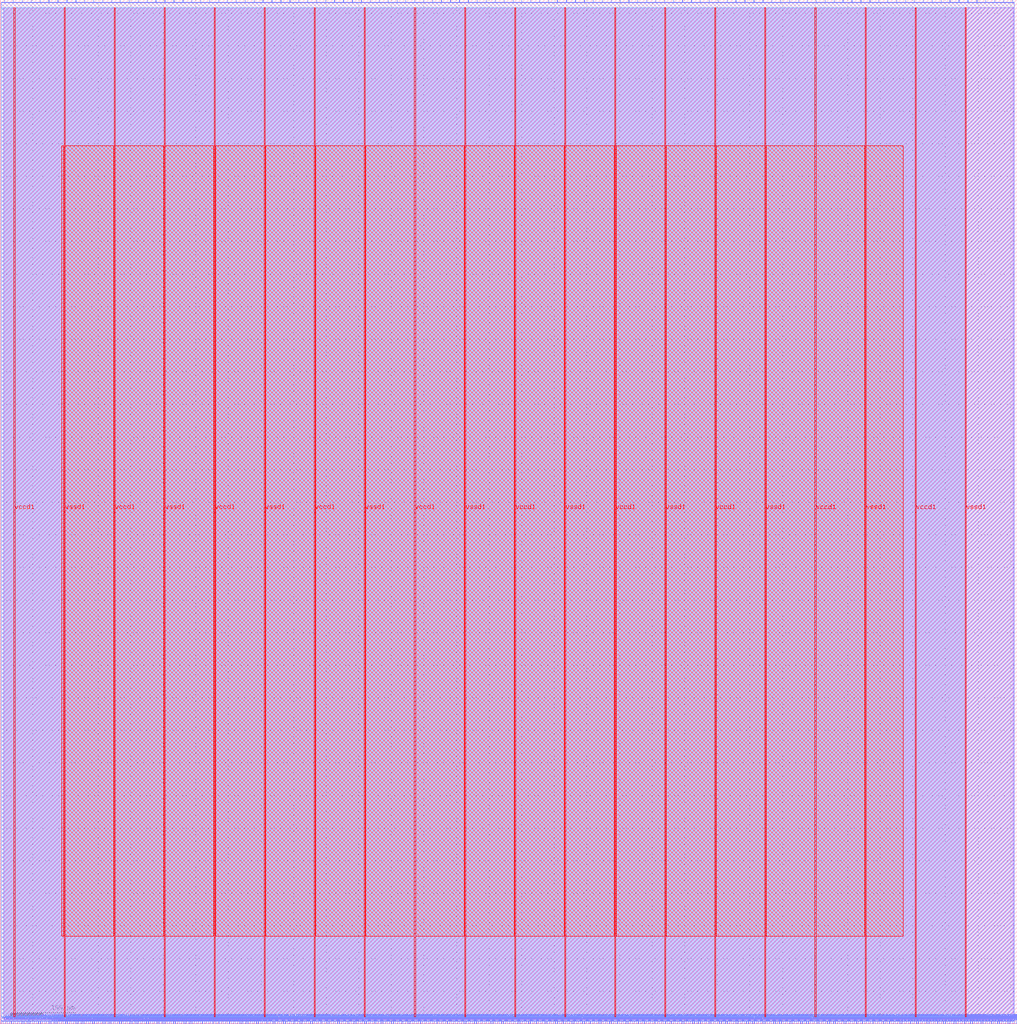
<source format=lef>
VERSION 5.7 ;
  NOWIREEXTENSIONATPIN ON ;
  DIVIDERCHAR "/" ;
  BUSBITCHARS "[]" ;
MACRO accelerator_top
  CLASS BLOCK ;
  FOREIGN accelerator_top ;
  ORIGIN 0.000 0.000 ;
  SIZE 1560.115 BY 1570.835 ;
  PIN io_in[0]
    DIRECTION INPUT ;
    USE SIGNAL ;
    PORT
      LAYER met2 ;
        RECT 6.530 1566.835 6.810 1570.835 ;
    END
  END io_in[0]
  PIN io_in[10]
    DIRECTION INPUT ;
    USE SIGNAL ;
    PORT
      LAYER met2 ;
        RECT 416.850 1566.835 417.130 1570.835 ;
    END
  END io_in[10]
  PIN io_in[11]
    DIRECTION INPUT ;
    USE SIGNAL ;
    PORT
      LAYER met2 ;
        RECT 457.790 1566.835 458.070 1570.835 ;
    END
  END io_in[11]
  PIN io_in[12]
    DIRECTION INPUT ;
    USE SIGNAL ;
    PORT
      LAYER met2 ;
        RECT 499.190 1566.835 499.470 1570.835 ;
    END
  END io_in[12]
  PIN io_in[13]
    DIRECTION INPUT ;
    USE SIGNAL ;
    PORT
      LAYER met2 ;
        RECT 540.130 1566.835 540.410 1570.835 ;
    END
  END io_in[13]
  PIN io_in[14]
    DIRECTION INPUT ;
    USE SIGNAL ;
    PORT
      LAYER met2 ;
        RECT 581.070 1566.835 581.350 1570.835 ;
    END
  END io_in[14]
  PIN io_in[15]
    DIRECTION INPUT ;
    USE SIGNAL ;
    PORT
      LAYER met2 ;
        RECT 622.010 1566.835 622.290 1570.835 ;
    END
  END io_in[15]
  PIN io_in[16]
    DIRECTION INPUT ;
    USE SIGNAL ;
    PORT
      LAYER met2 ;
        RECT 663.410 1566.835 663.690 1570.835 ;
    END
  END io_in[16]
  PIN io_in[17]
    DIRECTION INPUT ;
    USE SIGNAL ;
    PORT
      LAYER met2 ;
        RECT 704.350 1566.835 704.630 1570.835 ;
    END
  END io_in[17]
  PIN io_in[18]
    DIRECTION INPUT ;
    USE SIGNAL ;
    PORT
      LAYER met2 ;
        RECT 745.290 1566.835 745.570 1570.835 ;
    END
  END io_in[18]
  PIN io_in[19]
    DIRECTION INPUT ;
    USE SIGNAL ;
    PORT
      LAYER met2 ;
        RECT 786.690 1566.835 786.970 1570.835 ;
    END
  END io_in[19]
  PIN io_in[1]
    DIRECTION INPUT ;
    USE SIGNAL ;
    PORT
      LAYER met2 ;
        RECT 47.470 1566.835 47.750 1570.835 ;
    END
  END io_in[1]
  PIN io_in[20]
    DIRECTION INPUT ;
    USE SIGNAL ;
    PORT
      LAYER met2 ;
        RECT 827.630 1566.835 827.910 1570.835 ;
    END
  END io_in[20]
  PIN io_in[21]
    DIRECTION INPUT ;
    USE SIGNAL ;
    PORT
      LAYER met2 ;
        RECT 868.570 1566.835 868.850 1570.835 ;
    END
  END io_in[21]
  PIN io_in[22]
    DIRECTION INPUT ;
    USE SIGNAL ;
    PORT
      LAYER met2 ;
        RECT 909.510 1566.835 909.790 1570.835 ;
    END
  END io_in[22]
  PIN io_in[23]
    DIRECTION INPUT ;
    USE SIGNAL ;
    PORT
      LAYER met2 ;
        RECT 950.910 1566.835 951.190 1570.835 ;
    END
  END io_in[23]
  PIN io_in[24]
    DIRECTION INPUT ;
    USE SIGNAL ;
    PORT
      LAYER met2 ;
        RECT 991.850 1566.835 992.130 1570.835 ;
    END
  END io_in[24]
  PIN io_in[25]
    DIRECTION INPUT ;
    USE SIGNAL ;
    PORT
      LAYER met2 ;
        RECT 1032.790 1566.835 1033.070 1570.835 ;
    END
  END io_in[25]
  PIN io_in[26]
    DIRECTION INPUT ;
    USE SIGNAL ;
    PORT
      LAYER met2 ;
        RECT 1073.730 1566.835 1074.010 1570.835 ;
    END
  END io_in[26]
  PIN io_in[27]
    DIRECTION INPUT ;
    USE SIGNAL ;
    PORT
      LAYER met2 ;
        RECT 1115.130 1566.835 1115.410 1570.835 ;
    END
  END io_in[27]
  PIN io_in[28]
    DIRECTION INPUT ;
    USE SIGNAL ;
    PORT
      LAYER met2 ;
        RECT 1156.070 1566.835 1156.350 1570.835 ;
    END
  END io_in[28]
  PIN io_in[29]
    DIRECTION INPUT ;
    USE SIGNAL ;
    PORT
      LAYER met2 ;
        RECT 1197.010 1566.835 1197.290 1570.835 ;
    END
  END io_in[29]
  PIN io_in[2]
    DIRECTION INPUT ;
    USE SIGNAL ;
    PORT
      LAYER met2 ;
        RECT 88.410 1566.835 88.690 1570.835 ;
    END
  END io_in[2]
  PIN io_in[30]
    DIRECTION INPUT ;
    USE SIGNAL ;
    PORT
      LAYER met2 ;
        RECT 1237.950 1566.835 1238.230 1570.835 ;
    END
  END io_in[30]
  PIN io_in[31]
    DIRECTION INPUT ;
    USE SIGNAL ;
    PORT
      LAYER met2 ;
        RECT 1279.350 1566.835 1279.630 1570.835 ;
    END
  END io_in[31]
  PIN io_in[32]
    DIRECTION INPUT ;
    USE SIGNAL ;
    PORT
      LAYER met2 ;
        RECT 1320.290 1566.835 1320.570 1570.835 ;
    END
  END io_in[32]
  PIN io_in[33]
    DIRECTION INPUT ;
    USE SIGNAL ;
    PORT
      LAYER met2 ;
        RECT 1361.230 1566.835 1361.510 1570.835 ;
    END
  END io_in[33]
  PIN io_in[34]
    DIRECTION INPUT ;
    USE SIGNAL ;
    PORT
      LAYER met2 ;
        RECT 1402.170 1566.835 1402.450 1570.835 ;
    END
  END io_in[34]
  PIN io_in[35]
    DIRECTION INPUT ;
    USE SIGNAL ;
    PORT
      LAYER met2 ;
        RECT 1443.570 1566.835 1443.850 1570.835 ;
    END
  END io_in[35]
  PIN io_in[36]
    DIRECTION INPUT ;
    USE SIGNAL ;
    PORT
      LAYER met2 ;
        RECT 1484.510 1566.835 1484.790 1570.835 ;
    END
  END io_in[36]
  PIN io_in[37]
    DIRECTION INPUT ;
    USE SIGNAL ;
    PORT
      LAYER met2 ;
        RECT 1525.450 1566.835 1525.730 1570.835 ;
    END
  END io_in[37]
  PIN io_in[3]
    DIRECTION INPUT ;
    USE SIGNAL ;
    PORT
      LAYER met2 ;
        RECT 129.350 1566.835 129.630 1570.835 ;
    END
  END io_in[3]
  PIN io_in[4]
    DIRECTION INPUT ;
    USE SIGNAL ;
    PORT
      LAYER met2 ;
        RECT 170.750 1566.835 171.030 1570.835 ;
    END
  END io_in[4]
  PIN io_in[5]
    DIRECTION INPUT ;
    USE SIGNAL ;
    PORT
      LAYER met2 ;
        RECT 211.690 1566.835 211.970 1570.835 ;
    END
  END io_in[5]
  PIN io_in[6]
    DIRECTION INPUT ;
    USE SIGNAL ;
    PORT
      LAYER met2 ;
        RECT 252.630 1566.835 252.910 1570.835 ;
    END
  END io_in[6]
  PIN io_in[7]
    DIRECTION INPUT ;
    USE SIGNAL ;
    PORT
      LAYER met2 ;
        RECT 293.570 1566.835 293.850 1570.835 ;
    END
  END io_in[7]
  PIN io_in[8]
    DIRECTION INPUT ;
    USE SIGNAL ;
    PORT
      LAYER met2 ;
        RECT 334.970 1566.835 335.250 1570.835 ;
    END
  END io_in[8]
  PIN io_in[9]
    DIRECTION INPUT ;
    USE SIGNAL ;
    PORT
      LAYER met2 ;
        RECT 375.910 1566.835 376.190 1570.835 ;
    END
  END io_in[9]
  PIN io_oeb[0]
    DIRECTION OUTPUT TRISTATE ;
    USE SIGNAL ;
    PORT
      LAYER met2 ;
        RECT 19.870 1566.835 20.150 1570.835 ;
    END
  END io_oeb[0]
  PIN io_oeb[10]
    DIRECTION OUTPUT TRISTATE ;
    USE SIGNAL ;
    PORT
      LAYER met2 ;
        RECT 430.650 1566.835 430.930 1570.835 ;
    END
  END io_oeb[10]
  PIN io_oeb[11]
    DIRECTION OUTPUT TRISTATE ;
    USE SIGNAL ;
    PORT
      LAYER met2 ;
        RECT 471.590 1566.835 471.870 1570.835 ;
    END
  END io_oeb[11]
  PIN io_oeb[12]
    DIRECTION OUTPUT TRISTATE ;
    USE SIGNAL ;
    PORT
      LAYER met2 ;
        RECT 512.530 1566.835 512.810 1570.835 ;
    END
  END io_oeb[12]
  PIN io_oeb[13]
    DIRECTION OUTPUT TRISTATE ;
    USE SIGNAL ;
    PORT
      LAYER met2 ;
        RECT 553.930 1566.835 554.210 1570.835 ;
    END
  END io_oeb[13]
  PIN io_oeb[14]
    DIRECTION OUTPUT TRISTATE ;
    USE SIGNAL ;
    PORT
      LAYER met2 ;
        RECT 594.870 1566.835 595.150 1570.835 ;
    END
  END io_oeb[14]
  PIN io_oeb[15]
    DIRECTION OUTPUT TRISTATE ;
    USE SIGNAL ;
    PORT
      LAYER met2 ;
        RECT 635.810 1566.835 636.090 1570.835 ;
    END
  END io_oeb[15]
  PIN io_oeb[16]
    DIRECTION OUTPUT TRISTATE ;
    USE SIGNAL ;
    PORT
      LAYER met2 ;
        RECT 676.750 1566.835 677.030 1570.835 ;
    END
  END io_oeb[16]
  PIN io_oeb[17]
    DIRECTION OUTPUT TRISTATE ;
    USE SIGNAL ;
    PORT
      LAYER met2 ;
        RECT 718.150 1566.835 718.430 1570.835 ;
    END
  END io_oeb[17]
  PIN io_oeb[18]
    DIRECTION OUTPUT TRISTATE ;
    USE SIGNAL ;
    PORT
      LAYER met2 ;
        RECT 759.090 1566.835 759.370 1570.835 ;
    END
  END io_oeb[18]
  PIN io_oeb[19]
    DIRECTION OUTPUT TRISTATE ;
    USE SIGNAL ;
    PORT
      LAYER met2 ;
        RECT 800.030 1566.835 800.310 1570.835 ;
    END
  END io_oeb[19]
  PIN io_oeb[1]
    DIRECTION OUTPUT TRISTATE ;
    USE SIGNAL ;
    PORT
      LAYER met2 ;
        RECT 61.270 1566.835 61.550 1570.835 ;
    END
  END io_oeb[1]
  PIN io_oeb[20]
    DIRECTION OUTPUT TRISTATE ;
    USE SIGNAL ;
    PORT
      LAYER met2 ;
        RECT 841.430 1566.835 841.710 1570.835 ;
    END
  END io_oeb[20]
  PIN io_oeb[21]
    DIRECTION OUTPUT TRISTATE ;
    USE SIGNAL ;
    PORT
      LAYER met2 ;
        RECT 882.370 1566.835 882.650 1570.835 ;
    END
  END io_oeb[21]
  PIN io_oeb[22]
    DIRECTION OUTPUT TRISTATE ;
    USE SIGNAL ;
    PORT
      LAYER met2 ;
        RECT 923.310 1566.835 923.590 1570.835 ;
    END
  END io_oeb[22]
  PIN io_oeb[23]
    DIRECTION OUTPUT TRISTATE ;
    USE SIGNAL ;
    PORT
      LAYER met2 ;
        RECT 964.250 1566.835 964.530 1570.835 ;
    END
  END io_oeb[23]
  PIN io_oeb[24]
    DIRECTION OUTPUT TRISTATE ;
    USE SIGNAL ;
    PORT
      LAYER met2 ;
        RECT 1005.650 1566.835 1005.930 1570.835 ;
    END
  END io_oeb[24]
  PIN io_oeb[25]
    DIRECTION OUTPUT TRISTATE ;
    USE SIGNAL ;
    PORT
      LAYER met2 ;
        RECT 1046.590 1566.835 1046.870 1570.835 ;
    END
  END io_oeb[25]
  PIN io_oeb[26]
    DIRECTION OUTPUT TRISTATE ;
    USE SIGNAL ;
    PORT
      LAYER met2 ;
        RECT 1087.530 1566.835 1087.810 1570.835 ;
    END
  END io_oeb[26]
  PIN io_oeb[27]
    DIRECTION OUTPUT TRISTATE ;
    USE SIGNAL ;
    PORT
      LAYER met2 ;
        RECT 1128.470 1566.835 1128.750 1570.835 ;
    END
  END io_oeb[27]
  PIN io_oeb[28]
    DIRECTION OUTPUT TRISTATE ;
    USE SIGNAL ;
    PORT
      LAYER met2 ;
        RECT 1169.870 1566.835 1170.150 1570.835 ;
    END
  END io_oeb[28]
  PIN io_oeb[29]
    DIRECTION OUTPUT TRISTATE ;
    USE SIGNAL ;
    PORT
      LAYER met2 ;
        RECT 1210.810 1566.835 1211.090 1570.835 ;
    END
  END io_oeb[29]
  PIN io_oeb[2]
    DIRECTION OUTPUT TRISTATE ;
    USE SIGNAL ;
    PORT
      LAYER met2 ;
        RECT 102.210 1566.835 102.490 1570.835 ;
    END
  END io_oeb[2]
  PIN io_oeb[30]
    DIRECTION OUTPUT TRISTATE ;
    USE SIGNAL ;
    PORT
      LAYER met2 ;
        RECT 1251.750 1566.835 1252.030 1570.835 ;
    END
  END io_oeb[30]
  PIN io_oeb[31]
    DIRECTION OUTPUT TRISTATE ;
    USE SIGNAL ;
    PORT
      LAYER met2 ;
        RECT 1292.690 1566.835 1292.970 1570.835 ;
    END
  END io_oeb[31]
  PIN io_oeb[32]
    DIRECTION OUTPUT TRISTATE ;
    USE SIGNAL ;
    PORT
      LAYER met2 ;
        RECT 1334.090 1566.835 1334.370 1570.835 ;
    END
  END io_oeb[32]
  PIN io_oeb[33]
    DIRECTION OUTPUT TRISTATE ;
    USE SIGNAL ;
    PORT
      LAYER met2 ;
        RECT 1375.030 1566.835 1375.310 1570.835 ;
    END
  END io_oeb[33]
  PIN io_oeb[34]
    DIRECTION OUTPUT TRISTATE ;
    USE SIGNAL ;
    PORT
      LAYER met2 ;
        RECT 1415.970 1566.835 1416.250 1570.835 ;
    END
  END io_oeb[34]
  PIN io_oeb[35]
    DIRECTION OUTPUT TRISTATE ;
    USE SIGNAL ;
    PORT
      LAYER met2 ;
        RECT 1456.910 1566.835 1457.190 1570.835 ;
    END
  END io_oeb[35]
  PIN io_oeb[36]
    DIRECTION OUTPUT TRISTATE ;
    USE SIGNAL ;
    PORT
      LAYER met2 ;
        RECT 1498.310 1566.835 1498.590 1570.835 ;
    END
  END io_oeb[36]
  PIN io_oeb[37]
    DIRECTION OUTPUT TRISTATE ;
    USE SIGNAL ;
    PORT
      LAYER met2 ;
        RECT 1539.250 1566.835 1539.530 1570.835 ;
    END
  END io_oeb[37]
  PIN io_oeb[3]
    DIRECTION OUTPUT TRISTATE ;
    USE SIGNAL ;
    PORT
      LAYER met2 ;
        RECT 143.150 1566.835 143.430 1570.835 ;
    END
  END io_oeb[3]
  PIN io_oeb[4]
    DIRECTION OUTPUT TRISTATE ;
    USE SIGNAL ;
    PORT
      LAYER met2 ;
        RECT 184.090 1566.835 184.370 1570.835 ;
    END
  END io_oeb[4]
  PIN io_oeb[5]
    DIRECTION OUTPUT TRISTATE ;
    USE SIGNAL ;
    PORT
      LAYER met2 ;
        RECT 225.490 1566.835 225.770 1570.835 ;
    END
  END io_oeb[5]
  PIN io_oeb[6]
    DIRECTION OUTPUT TRISTATE ;
    USE SIGNAL ;
    PORT
      LAYER met2 ;
        RECT 266.430 1566.835 266.710 1570.835 ;
    END
  END io_oeb[6]
  PIN io_oeb[7]
    DIRECTION OUTPUT TRISTATE ;
    USE SIGNAL ;
    PORT
      LAYER met2 ;
        RECT 307.370 1566.835 307.650 1570.835 ;
    END
  END io_oeb[7]
  PIN io_oeb[8]
    DIRECTION OUTPUT TRISTATE ;
    USE SIGNAL ;
    PORT
      LAYER met2 ;
        RECT 348.310 1566.835 348.590 1570.835 ;
    END
  END io_oeb[8]
  PIN io_oeb[9]
    DIRECTION OUTPUT TRISTATE ;
    USE SIGNAL ;
    PORT
      LAYER met2 ;
        RECT 389.710 1566.835 389.990 1570.835 ;
    END
  END io_oeb[9]
  PIN io_out[0]
    DIRECTION OUTPUT TRISTATE ;
    USE SIGNAL ;
    PORT
      LAYER met2 ;
        RECT 33.670 1566.835 33.950 1570.835 ;
    END
  END io_out[0]
  PIN io_out[10]
    DIRECTION OUTPUT TRISTATE ;
    USE SIGNAL ;
    PORT
      LAYER met2 ;
        RECT 444.450 1566.835 444.730 1570.835 ;
    END
  END io_out[10]
  PIN io_out[11]
    DIRECTION OUTPUT TRISTATE ;
    USE SIGNAL ;
    PORT
      LAYER met2 ;
        RECT 485.390 1566.835 485.670 1570.835 ;
    END
  END io_out[11]
  PIN io_out[12]
    DIRECTION OUTPUT TRISTATE ;
    USE SIGNAL ;
    PORT
      LAYER met2 ;
        RECT 526.330 1566.835 526.610 1570.835 ;
    END
  END io_out[12]
  PIN io_out[13]
    DIRECTION OUTPUT TRISTATE ;
    USE SIGNAL ;
    PORT
      LAYER met2 ;
        RECT 567.270 1566.835 567.550 1570.835 ;
    END
  END io_out[13]
  PIN io_out[14]
    DIRECTION OUTPUT TRISTATE ;
    USE SIGNAL ;
    PORT
      LAYER met2 ;
        RECT 608.670 1566.835 608.950 1570.835 ;
    END
  END io_out[14]
  PIN io_out[15]
    DIRECTION OUTPUT TRISTATE ;
    USE SIGNAL ;
    PORT
      LAYER met2 ;
        RECT 649.610 1566.835 649.890 1570.835 ;
    END
  END io_out[15]
  PIN io_out[16]
    DIRECTION OUTPUT TRISTATE ;
    USE SIGNAL ;
    PORT
      LAYER met2 ;
        RECT 690.550 1566.835 690.830 1570.835 ;
    END
  END io_out[16]
  PIN io_out[17]
    DIRECTION OUTPUT TRISTATE ;
    USE SIGNAL ;
    PORT
      LAYER met2 ;
        RECT 731.490 1566.835 731.770 1570.835 ;
    END
  END io_out[17]
  PIN io_out[18]
    DIRECTION OUTPUT TRISTATE ;
    USE SIGNAL ;
    PORT
      LAYER met2 ;
        RECT 772.890 1566.835 773.170 1570.835 ;
    END
  END io_out[18]
  PIN io_out[19]
    DIRECTION OUTPUT TRISTATE ;
    USE SIGNAL ;
    PORT
      LAYER met2 ;
        RECT 813.830 1566.835 814.110 1570.835 ;
    END
  END io_out[19]
  PIN io_out[1]
    DIRECTION OUTPUT TRISTATE ;
    USE SIGNAL ;
    PORT
      LAYER met2 ;
        RECT 74.610 1566.835 74.890 1570.835 ;
    END
  END io_out[1]
  PIN io_out[20]
    DIRECTION OUTPUT TRISTATE ;
    USE SIGNAL ;
    PORT
      LAYER met2 ;
        RECT 854.770 1566.835 855.050 1570.835 ;
    END
  END io_out[20]
  PIN io_out[21]
    DIRECTION OUTPUT TRISTATE ;
    USE SIGNAL ;
    PORT
      LAYER met2 ;
        RECT 896.170 1566.835 896.450 1570.835 ;
    END
  END io_out[21]
  PIN io_out[22]
    DIRECTION OUTPUT TRISTATE ;
    USE SIGNAL ;
    PORT
      LAYER met2 ;
        RECT 937.110 1566.835 937.390 1570.835 ;
    END
  END io_out[22]
  PIN io_out[23]
    DIRECTION OUTPUT TRISTATE ;
    USE SIGNAL ;
    PORT
      LAYER met2 ;
        RECT 978.050 1566.835 978.330 1570.835 ;
    END
  END io_out[23]
  PIN io_out[24]
    DIRECTION OUTPUT TRISTATE ;
    USE SIGNAL ;
    PORT
      LAYER met2 ;
        RECT 1018.990 1566.835 1019.270 1570.835 ;
    END
  END io_out[24]
  PIN io_out[25]
    DIRECTION OUTPUT TRISTATE ;
    USE SIGNAL ;
    PORT
      LAYER met2 ;
        RECT 1060.390 1566.835 1060.670 1570.835 ;
    END
  END io_out[25]
  PIN io_out[26]
    DIRECTION OUTPUT TRISTATE ;
    USE SIGNAL ;
    PORT
      LAYER met2 ;
        RECT 1101.330 1566.835 1101.610 1570.835 ;
    END
  END io_out[26]
  PIN io_out[27]
    DIRECTION OUTPUT TRISTATE ;
    USE SIGNAL ;
    PORT
      LAYER met2 ;
        RECT 1142.270 1566.835 1142.550 1570.835 ;
    END
  END io_out[27]
  PIN io_out[28]
    DIRECTION OUTPUT TRISTATE ;
    USE SIGNAL ;
    PORT
      LAYER met2 ;
        RECT 1183.210 1566.835 1183.490 1570.835 ;
    END
  END io_out[28]
  PIN io_out[29]
    DIRECTION OUTPUT TRISTATE ;
    USE SIGNAL ;
    PORT
      LAYER met2 ;
        RECT 1224.610 1566.835 1224.890 1570.835 ;
    END
  END io_out[29]
  PIN io_out[2]
    DIRECTION OUTPUT TRISTATE ;
    USE SIGNAL ;
    PORT
      LAYER met2 ;
        RECT 116.010 1566.835 116.290 1570.835 ;
    END
  END io_out[2]
  PIN io_out[30]
    DIRECTION OUTPUT TRISTATE ;
    USE SIGNAL ;
    PORT
      LAYER met2 ;
        RECT 1265.550 1566.835 1265.830 1570.835 ;
    END
  END io_out[30]
  PIN io_out[31]
    DIRECTION OUTPUT TRISTATE ;
    USE SIGNAL ;
    PORT
      LAYER met2 ;
        RECT 1306.490 1566.835 1306.770 1570.835 ;
    END
  END io_out[31]
  PIN io_out[32]
    DIRECTION OUTPUT TRISTATE ;
    USE SIGNAL ;
    PORT
      LAYER met2 ;
        RECT 1347.430 1566.835 1347.710 1570.835 ;
    END
  END io_out[32]
  PIN io_out[33]
    DIRECTION OUTPUT TRISTATE ;
    USE SIGNAL ;
    PORT
      LAYER met2 ;
        RECT 1388.830 1566.835 1389.110 1570.835 ;
    END
  END io_out[33]
  PIN io_out[34]
    DIRECTION OUTPUT TRISTATE ;
    USE SIGNAL ;
    PORT
      LAYER met2 ;
        RECT 1429.770 1566.835 1430.050 1570.835 ;
    END
  END io_out[34]
  PIN io_out[35]
    DIRECTION OUTPUT TRISTATE ;
    USE SIGNAL ;
    PORT
      LAYER met2 ;
        RECT 1470.710 1566.835 1470.990 1570.835 ;
    END
  END io_out[35]
  PIN io_out[36]
    DIRECTION OUTPUT TRISTATE ;
    USE SIGNAL ;
    PORT
      LAYER met2 ;
        RECT 1511.650 1566.835 1511.930 1570.835 ;
    END
  END io_out[36]
  PIN io_out[37]
    DIRECTION OUTPUT TRISTATE ;
    USE SIGNAL ;
    PORT
      LAYER met2 ;
        RECT 1553.050 1566.835 1553.330 1570.835 ;
    END
  END io_out[37]
  PIN io_out[3]
    DIRECTION OUTPUT TRISTATE ;
    USE SIGNAL ;
    PORT
      LAYER met2 ;
        RECT 156.950 1566.835 157.230 1570.835 ;
    END
  END io_out[3]
  PIN io_out[4]
    DIRECTION OUTPUT TRISTATE ;
    USE SIGNAL ;
    PORT
      LAYER met2 ;
        RECT 197.890 1566.835 198.170 1570.835 ;
    END
  END io_out[4]
  PIN io_out[5]
    DIRECTION OUTPUT TRISTATE ;
    USE SIGNAL ;
    PORT
      LAYER met2 ;
        RECT 238.830 1566.835 239.110 1570.835 ;
    END
  END io_out[5]
  PIN io_out[6]
    DIRECTION OUTPUT TRISTATE ;
    USE SIGNAL ;
    PORT
      LAYER met2 ;
        RECT 280.230 1566.835 280.510 1570.835 ;
    END
  END io_out[6]
  PIN io_out[7]
    DIRECTION OUTPUT TRISTATE ;
    USE SIGNAL ;
    PORT
      LAYER met2 ;
        RECT 321.170 1566.835 321.450 1570.835 ;
    END
  END io_out[7]
  PIN io_out[8]
    DIRECTION OUTPUT TRISTATE ;
    USE SIGNAL ;
    PORT
      LAYER met2 ;
        RECT 362.110 1566.835 362.390 1570.835 ;
    END
  END io_out[8]
  PIN io_out[9]
    DIRECTION OUTPUT TRISTATE ;
    USE SIGNAL ;
    PORT
      LAYER met2 ;
        RECT 403.050 1566.835 403.330 1570.835 ;
    END
  END io_out[9]
  PIN la_data_in[0]
    DIRECTION INPUT ;
    USE SIGNAL ;
    PORT
      LAYER met2 ;
        RECT 338.650 0.000 338.930 4.000 ;
    END
  END la_data_in[0]
  PIN la_data_in[100]
    DIRECTION INPUT ;
    USE SIGNAL ;
    PORT
      LAYER met2 ;
        RECT 1294.070 0.000 1294.350 4.000 ;
    END
  END la_data_in[100]
  PIN la_data_in[101]
    DIRECTION INPUT ;
    USE SIGNAL ;
    PORT
      LAYER met2 ;
        RECT 1303.730 0.000 1304.010 4.000 ;
    END
  END la_data_in[101]
  PIN la_data_in[102]
    DIRECTION INPUT ;
    USE SIGNAL ;
    PORT
      LAYER met2 ;
        RECT 1313.390 0.000 1313.670 4.000 ;
    END
  END la_data_in[102]
  PIN la_data_in[103]
    DIRECTION INPUT ;
    USE SIGNAL ;
    PORT
      LAYER met2 ;
        RECT 1322.590 0.000 1322.870 4.000 ;
    END
  END la_data_in[103]
  PIN la_data_in[104]
    DIRECTION INPUT ;
    USE SIGNAL ;
    PORT
      LAYER met2 ;
        RECT 1332.250 0.000 1332.530 4.000 ;
    END
  END la_data_in[104]
  PIN la_data_in[105]
    DIRECTION INPUT ;
    USE SIGNAL ;
    PORT
      LAYER met2 ;
        RECT 1341.910 0.000 1342.190 4.000 ;
    END
  END la_data_in[105]
  PIN la_data_in[106]
    DIRECTION INPUT ;
    USE SIGNAL ;
    PORT
      LAYER met2 ;
        RECT 1351.570 0.000 1351.850 4.000 ;
    END
  END la_data_in[106]
  PIN la_data_in[107]
    DIRECTION INPUT ;
    USE SIGNAL ;
    PORT
      LAYER met2 ;
        RECT 1360.770 0.000 1361.050 4.000 ;
    END
  END la_data_in[107]
  PIN la_data_in[108]
    DIRECTION INPUT ;
    USE SIGNAL ;
    PORT
      LAYER met2 ;
        RECT 1370.430 0.000 1370.710 4.000 ;
    END
  END la_data_in[108]
  PIN la_data_in[109]
    DIRECTION INPUT ;
    USE SIGNAL ;
    PORT
      LAYER met2 ;
        RECT 1380.090 0.000 1380.370 4.000 ;
    END
  END la_data_in[109]
  PIN la_data_in[10]
    DIRECTION INPUT ;
    USE SIGNAL ;
    PORT
      LAYER met2 ;
        RECT 434.330 0.000 434.610 4.000 ;
    END
  END la_data_in[10]
  PIN la_data_in[110]
    DIRECTION INPUT ;
    USE SIGNAL ;
    PORT
      LAYER met2 ;
        RECT 1389.750 0.000 1390.030 4.000 ;
    END
  END la_data_in[110]
  PIN la_data_in[111]
    DIRECTION INPUT ;
    USE SIGNAL ;
    PORT
      LAYER met2 ;
        RECT 1398.950 0.000 1399.230 4.000 ;
    END
  END la_data_in[111]
  PIN la_data_in[112]
    DIRECTION INPUT ;
    USE SIGNAL ;
    PORT
      LAYER met2 ;
        RECT 1408.610 0.000 1408.890 4.000 ;
    END
  END la_data_in[112]
  PIN la_data_in[113]
    DIRECTION INPUT ;
    USE SIGNAL ;
    PORT
      LAYER met2 ;
        RECT 1418.270 0.000 1418.550 4.000 ;
    END
  END la_data_in[113]
  PIN la_data_in[114]
    DIRECTION INPUT ;
    USE SIGNAL ;
    PORT
      LAYER met2 ;
        RECT 1427.930 0.000 1428.210 4.000 ;
    END
  END la_data_in[114]
  PIN la_data_in[115]
    DIRECTION INPUT ;
    USE SIGNAL ;
    PORT
      LAYER met2 ;
        RECT 1437.590 0.000 1437.870 4.000 ;
    END
  END la_data_in[115]
  PIN la_data_in[116]
    DIRECTION INPUT ;
    USE SIGNAL ;
    PORT
      LAYER met2 ;
        RECT 1446.790 0.000 1447.070 4.000 ;
    END
  END la_data_in[116]
  PIN la_data_in[117]
    DIRECTION INPUT ;
    USE SIGNAL ;
    PORT
      LAYER met2 ;
        RECT 1456.450 0.000 1456.730 4.000 ;
    END
  END la_data_in[117]
  PIN la_data_in[118]
    DIRECTION INPUT ;
    USE SIGNAL ;
    PORT
      LAYER met2 ;
        RECT 1466.110 0.000 1466.390 4.000 ;
    END
  END la_data_in[118]
  PIN la_data_in[119]
    DIRECTION INPUT ;
    USE SIGNAL ;
    PORT
      LAYER met2 ;
        RECT 1475.770 0.000 1476.050 4.000 ;
    END
  END la_data_in[119]
  PIN la_data_in[11]
    DIRECTION INPUT ;
    USE SIGNAL ;
    PORT
      LAYER met2 ;
        RECT 443.990 0.000 444.270 4.000 ;
    END
  END la_data_in[11]
  PIN la_data_in[120]
    DIRECTION INPUT ;
    USE SIGNAL ;
    PORT
      LAYER met2 ;
        RECT 1484.970 0.000 1485.250 4.000 ;
    END
  END la_data_in[120]
  PIN la_data_in[121]
    DIRECTION INPUT ;
    USE SIGNAL ;
    PORT
      LAYER met2 ;
        RECT 1494.630 0.000 1494.910 4.000 ;
    END
  END la_data_in[121]
  PIN la_data_in[122]
    DIRECTION INPUT ;
    USE SIGNAL ;
    PORT
      LAYER met2 ;
        RECT 1504.290 0.000 1504.570 4.000 ;
    END
  END la_data_in[122]
  PIN la_data_in[123]
    DIRECTION INPUT ;
    USE SIGNAL ;
    PORT
      LAYER met2 ;
        RECT 1513.950 0.000 1514.230 4.000 ;
    END
  END la_data_in[123]
  PIN la_data_in[124]
    DIRECTION INPUT ;
    USE SIGNAL ;
    PORT
      LAYER met2 ;
        RECT 1523.150 0.000 1523.430 4.000 ;
    END
  END la_data_in[124]
  PIN la_data_in[125]
    DIRECTION INPUT ;
    USE SIGNAL ;
    PORT
      LAYER met2 ;
        RECT 1532.810 0.000 1533.090 4.000 ;
    END
  END la_data_in[125]
  PIN la_data_in[126]
    DIRECTION INPUT ;
    USE SIGNAL ;
    PORT
      LAYER met2 ;
        RECT 1542.470 0.000 1542.750 4.000 ;
    END
  END la_data_in[126]
  PIN la_data_in[127]
    DIRECTION INPUT ;
    USE SIGNAL ;
    PORT
      LAYER met2 ;
        RECT 1552.130 0.000 1552.410 4.000 ;
    END
  END la_data_in[127]
  PIN la_data_in[12]
    DIRECTION INPUT ;
    USE SIGNAL ;
    PORT
      LAYER met2 ;
        RECT 453.190 0.000 453.470 4.000 ;
    END
  END la_data_in[12]
  PIN la_data_in[13]
    DIRECTION INPUT ;
    USE SIGNAL ;
    PORT
      LAYER met2 ;
        RECT 462.850 0.000 463.130 4.000 ;
    END
  END la_data_in[13]
  PIN la_data_in[14]
    DIRECTION INPUT ;
    USE SIGNAL ;
    PORT
      LAYER met2 ;
        RECT 472.510 0.000 472.790 4.000 ;
    END
  END la_data_in[14]
  PIN la_data_in[15]
    DIRECTION INPUT ;
    USE SIGNAL ;
    PORT
      LAYER met2 ;
        RECT 482.170 0.000 482.450 4.000 ;
    END
  END la_data_in[15]
  PIN la_data_in[16]
    DIRECTION INPUT ;
    USE SIGNAL ;
    PORT
      LAYER met2 ;
        RECT 491.830 0.000 492.110 4.000 ;
    END
  END la_data_in[16]
  PIN la_data_in[17]
    DIRECTION INPUT ;
    USE SIGNAL ;
    PORT
      LAYER met2 ;
        RECT 501.030 0.000 501.310 4.000 ;
    END
  END la_data_in[17]
  PIN la_data_in[18]
    DIRECTION INPUT ;
    USE SIGNAL ;
    PORT
      LAYER met2 ;
        RECT 510.690 0.000 510.970 4.000 ;
    END
  END la_data_in[18]
  PIN la_data_in[19]
    DIRECTION INPUT ;
    USE SIGNAL ;
    PORT
      LAYER met2 ;
        RECT 520.350 0.000 520.630 4.000 ;
    END
  END la_data_in[19]
  PIN la_data_in[1]
    DIRECTION INPUT ;
    USE SIGNAL ;
    PORT
      LAYER met2 ;
        RECT 348.310 0.000 348.590 4.000 ;
    END
  END la_data_in[1]
  PIN la_data_in[20]
    DIRECTION INPUT ;
    USE SIGNAL ;
    PORT
      LAYER met2 ;
        RECT 530.010 0.000 530.290 4.000 ;
    END
  END la_data_in[20]
  PIN la_data_in[21]
    DIRECTION INPUT ;
    USE SIGNAL ;
    PORT
      LAYER met2 ;
        RECT 539.210 0.000 539.490 4.000 ;
    END
  END la_data_in[21]
  PIN la_data_in[22]
    DIRECTION INPUT ;
    USE SIGNAL ;
    PORT
      LAYER met2 ;
        RECT 548.870 0.000 549.150 4.000 ;
    END
  END la_data_in[22]
  PIN la_data_in[23]
    DIRECTION INPUT ;
    USE SIGNAL ;
    PORT
      LAYER met2 ;
        RECT 558.530 0.000 558.810 4.000 ;
    END
  END la_data_in[23]
  PIN la_data_in[24]
    DIRECTION INPUT ;
    USE SIGNAL ;
    PORT
      LAYER met2 ;
        RECT 568.190 0.000 568.470 4.000 ;
    END
  END la_data_in[24]
  PIN la_data_in[25]
    DIRECTION INPUT ;
    USE SIGNAL ;
    PORT
      LAYER met2 ;
        RECT 577.390 0.000 577.670 4.000 ;
    END
  END la_data_in[25]
  PIN la_data_in[26]
    DIRECTION INPUT ;
    USE SIGNAL ;
    PORT
      LAYER met2 ;
        RECT 587.050 0.000 587.330 4.000 ;
    END
  END la_data_in[26]
  PIN la_data_in[27]
    DIRECTION INPUT ;
    USE SIGNAL ;
    PORT
      LAYER met2 ;
        RECT 596.710 0.000 596.990 4.000 ;
    END
  END la_data_in[27]
  PIN la_data_in[28]
    DIRECTION INPUT ;
    USE SIGNAL ;
    PORT
      LAYER met2 ;
        RECT 606.370 0.000 606.650 4.000 ;
    END
  END la_data_in[28]
  PIN la_data_in[29]
    DIRECTION INPUT ;
    USE SIGNAL ;
    PORT
      LAYER met2 ;
        RECT 616.030 0.000 616.310 4.000 ;
    END
  END la_data_in[29]
  PIN la_data_in[2]
    DIRECTION INPUT ;
    USE SIGNAL ;
    PORT
      LAYER met2 ;
        RECT 357.970 0.000 358.250 4.000 ;
    END
  END la_data_in[2]
  PIN la_data_in[30]
    DIRECTION INPUT ;
    USE SIGNAL ;
    PORT
      LAYER met2 ;
        RECT 625.230 0.000 625.510 4.000 ;
    END
  END la_data_in[30]
  PIN la_data_in[31]
    DIRECTION INPUT ;
    USE SIGNAL ;
    PORT
      LAYER met2 ;
        RECT 634.890 0.000 635.170 4.000 ;
    END
  END la_data_in[31]
  PIN la_data_in[32]
    DIRECTION INPUT ;
    USE SIGNAL ;
    PORT
      LAYER met2 ;
        RECT 644.550 0.000 644.830 4.000 ;
    END
  END la_data_in[32]
  PIN la_data_in[33]
    DIRECTION INPUT ;
    USE SIGNAL ;
    PORT
      LAYER met2 ;
        RECT 654.210 0.000 654.490 4.000 ;
    END
  END la_data_in[33]
  PIN la_data_in[34]
    DIRECTION INPUT ;
    USE SIGNAL ;
    PORT
      LAYER met2 ;
        RECT 663.410 0.000 663.690 4.000 ;
    END
  END la_data_in[34]
  PIN la_data_in[35]
    DIRECTION INPUT ;
    USE SIGNAL ;
    PORT
      LAYER met2 ;
        RECT 673.070 0.000 673.350 4.000 ;
    END
  END la_data_in[35]
  PIN la_data_in[36]
    DIRECTION INPUT ;
    USE SIGNAL ;
    PORT
      LAYER met2 ;
        RECT 682.730 0.000 683.010 4.000 ;
    END
  END la_data_in[36]
  PIN la_data_in[37]
    DIRECTION INPUT ;
    USE SIGNAL ;
    PORT
      LAYER met2 ;
        RECT 692.390 0.000 692.670 4.000 ;
    END
  END la_data_in[37]
  PIN la_data_in[38]
    DIRECTION INPUT ;
    USE SIGNAL ;
    PORT
      LAYER met2 ;
        RECT 701.590 0.000 701.870 4.000 ;
    END
  END la_data_in[38]
  PIN la_data_in[39]
    DIRECTION INPUT ;
    USE SIGNAL ;
    PORT
      LAYER met2 ;
        RECT 711.250 0.000 711.530 4.000 ;
    END
  END la_data_in[39]
  PIN la_data_in[3]
    DIRECTION INPUT ;
    USE SIGNAL ;
    PORT
      LAYER met2 ;
        RECT 367.630 0.000 367.910 4.000 ;
    END
  END la_data_in[3]
  PIN la_data_in[40]
    DIRECTION INPUT ;
    USE SIGNAL ;
    PORT
      LAYER met2 ;
        RECT 720.910 0.000 721.190 4.000 ;
    END
  END la_data_in[40]
  PIN la_data_in[41]
    DIRECTION INPUT ;
    USE SIGNAL ;
    PORT
      LAYER met2 ;
        RECT 730.570 0.000 730.850 4.000 ;
    END
  END la_data_in[41]
  PIN la_data_in[42]
    DIRECTION INPUT ;
    USE SIGNAL ;
    PORT
      LAYER met2 ;
        RECT 740.230 0.000 740.510 4.000 ;
    END
  END la_data_in[42]
  PIN la_data_in[43]
    DIRECTION INPUT ;
    USE SIGNAL ;
    PORT
      LAYER met2 ;
        RECT 749.430 0.000 749.710 4.000 ;
    END
  END la_data_in[43]
  PIN la_data_in[44]
    DIRECTION INPUT ;
    USE SIGNAL ;
    PORT
      LAYER met2 ;
        RECT 759.090 0.000 759.370 4.000 ;
    END
  END la_data_in[44]
  PIN la_data_in[45]
    DIRECTION INPUT ;
    USE SIGNAL ;
    PORT
      LAYER met2 ;
        RECT 768.750 0.000 769.030 4.000 ;
    END
  END la_data_in[45]
  PIN la_data_in[46]
    DIRECTION INPUT ;
    USE SIGNAL ;
    PORT
      LAYER met2 ;
        RECT 778.410 0.000 778.690 4.000 ;
    END
  END la_data_in[46]
  PIN la_data_in[47]
    DIRECTION INPUT ;
    USE SIGNAL ;
    PORT
      LAYER met2 ;
        RECT 787.610 0.000 787.890 4.000 ;
    END
  END la_data_in[47]
  PIN la_data_in[48]
    DIRECTION INPUT ;
    USE SIGNAL ;
    PORT
      LAYER met2 ;
        RECT 797.270 0.000 797.550 4.000 ;
    END
  END la_data_in[48]
  PIN la_data_in[49]
    DIRECTION INPUT ;
    USE SIGNAL ;
    PORT
      LAYER met2 ;
        RECT 806.930 0.000 807.210 4.000 ;
    END
  END la_data_in[49]
  PIN la_data_in[4]
    DIRECTION INPUT ;
    USE SIGNAL ;
    PORT
      LAYER met2 ;
        RECT 376.830 0.000 377.110 4.000 ;
    END
  END la_data_in[4]
  PIN la_data_in[50]
    DIRECTION INPUT ;
    USE SIGNAL ;
    PORT
      LAYER met2 ;
        RECT 816.590 0.000 816.870 4.000 ;
    END
  END la_data_in[50]
  PIN la_data_in[51]
    DIRECTION INPUT ;
    USE SIGNAL ;
    PORT
      LAYER met2 ;
        RECT 825.790 0.000 826.070 4.000 ;
    END
  END la_data_in[51]
  PIN la_data_in[52]
    DIRECTION INPUT ;
    USE SIGNAL ;
    PORT
      LAYER met2 ;
        RECT 835.450 0.000 835.730 4.000 ;
    END
  END la_data_in[52]
  PIN la_data_in[53]
    DIRECTION INPUT ;
    USE SIGNAL ;
    PORT
      LAYER met2 ;
        RECT 845.110 0.000 845.390 4.000 ;
    END
  END la_data_in[53]
  PIN la_data_in[54]
    DIRECTION INPUT ;
    USE SIGNAL ;
    PORT
      LAYER met2 ;
        RECT 854.770 0.000 855.050 4.000 ;
    END
  END la_data_in[54]
  PIN la_data_in[55]
    DIRECTION INPUT ;
    USE SIGNAL ;
    PORT
      LAYER met2 ;
        RECT 863.970 0.000 864.250 4.000 ;
    END
  END la_data_in[55]
  PIN la_data_in[56]
    DIRECTION INPUT ;
    USE SIGNAL ;
    PORT
      LAYER met2 ;
        RECT 873.630 0.000 873.910 4.000 ;
    END
  END la_data_in[56]
  PIN la_data_in[57]
    DIRECTION INPUT ;
    USE SIGNAL ;
    PORT
      LAYER met2 ;
        RECT 883.290 0.000 883.570 4.000 ;
    END
  END la_data_in[57]
  PIN la_data_in[58]
    DIRECTION INPUT ;
    USE SIGNAL ;
    PORT
      LAYER met2 ;
        RECT 892.950 0.000 893.230 4.000 ;
    END
  END la_data_in[58]
  PIN la_data_in[59]
    DIRECTION INPUT ;
    USE SIGNAL ;
    PORT
      LAYER met2 ;
        RECT 902.610 0.000 902.890 4.000 ;
    END
  END la_data_in[59]
  PIN la_data_in[5]
    DIRECTION INPUT ;
    USE SIGNAL ;
    PORT
      LAYER met2 ;
        RECT 386.490 0.000 386.770 4.000 ;
    END
  END la_data_in[5]
  PIN la_data_in[60]
    DIRECTION INPUT ;
    USE SIGNAL ;
    PORT
      LAYER met2 ;
        RECT 911.810 0.000 912.090 4.000 ;
    END
  END la_data_in[60]
  PIN la_data_in[61]
    DIRECTION INPUT ;
    USE SIGNAL ;
    PORT
      LAYER met2 ;
        RECT 921.470 0.000 921.750 4.000 ;
    END
  END la_data_in[61]
  PIN la_data_in[62]
    DIRECTION INPUT ;
    USE SIGNAL ;
    PORT
      LAYER met2 ;
        RECT 931.130 0.000 931.410 4.000 ;
    END
  END la_data_in[62]
  PIN la_data_in[63]
    DIRECTION INPUT ;
    USE SIGNAL ;
    PORT
      LAYER met2 ;
        RECT 940.790 0.000 941.070 4.000 ;
    END
  END la_data_in[63]
  PIN la_data_in[64]
    DIRECTION INPUT ;
    USE SIGNAL ;
    PORT
      LAYER met2 ;
        RECT 949.990 0.000 950.270 4.000 ;
    END
  END la_data_in[64]
  PIN la_data_in[65]
    DIRECTION INPUT ;
    USE SIGNAL ;
    PORT
      LAYER met2 ;
        RECT 959.650 0.000 959.930 4.000 ;
    END
  END la_data_in[65]
  PIN la_data_in[66]
    DIRECTION INPUT ;
    USE SIGNAL ;
    PORT
      LAYER met2 ;
        RECT 969.310 0.000 969.590 4.000 ;
    END
  END la_data_in[66]
  PIN la_data_in[67]
    DIRECTION INPUT ;
    USE SIGNAL ;
    PORT
      LAYER met2 ;
        RECT 978.970 0.000 979.250 4.000 ;
    END
  END la_data_in[67]
  PIN la_data_in[68]
    DIRECTION INPUT ;
    USE SIGNAL ;
    PORT
      LAYER met2 ;
        RECT 988.170 0.000 988.450 4.000 ;
    END
  END la_data_in[68]
  PIN la_data_in[69]
    DIRECTION INPUT ;
    USE SIGNAL ;
    PORT
      LAYER met2 ;
        RECT 997.830 0.000 998.110 4.000 ;
    END
  END la_data_in[69]
  PIN la_data_in[6]
    DIRECTION INPUT ;
    USE SIGNAL ;
    PORT
      LAYER met2 ;
        RECT 396.150 0.000 396.430 4.000 ;
    END
  END la_data_in[6]
  PIN la_data_in[70]
    DIRECTION INPUT ;
    USE SIGNAL ;
    PORT
      LAYER met2 ;
        RECT 1007.490 0.000 1007.770 4.000 ;
    END
  END la_data_in[70]
  PIN la_data_in[71]
    DIRECTION INPUT ;
    USE SIGNAL ;
    PORT
      LAYER met2 ;
        RECT 1017.150 0.000 1017.430 4.000 ;
    END
  END la_data_in[71]
  PIN la_data_in[72]
    DIRECTION INPUT ;
    USE SIGNAL ;
    PORT
      LAYER met2 ;
        RECT 1026.810 0.000 1027.090 4.000 ;
    END
  END la_data_in[72]
  PIN la_data_in[73]
    DIRECTION INPUT ;
    USE SIGNAL ;
    PORT
      LAYER met2 ;
        RECT 1036.010 0.000 1036.290 4.000 ;
    END
  END la_data_in[73]
  PIN la_data_in[74]
    DIRECTION INPUT ;
    USE SIGNAL ;
    PORT
      LAYER met2 ;
        RECT 1045.670 0.000 1045.950 4.000 ;
    END
  END la_data_in[74]
  PIN la_data_in[75]
    DIRECTION INPUT ;
    USE SIGNAL ;
    PORT
      LAYER met2 ;
        RECT 1055.330 0.000 1055.610 4.000 ;
    END
  END la_data_in[75]
  PIN la_data_in[76]
    DIRECTION INPUT ;
    USE SIGNAL ;
    PORT
      LAYER met2 ;
        RECT 1064.990 0.000 1065.270 4.000 ;
    END
  END la_data_in[76]
  PIN la_data_in[77]
    DIRECTION INPUT ;
    USE SIGNAL ;
    PORT
      LAYER met2 ;
        RECT 1074.190 0.000 1074.470 4.000 ;
    END
  END la_data_in[77]
  PIN la_data_in[78]
    DIRECTION INPUT ;
    USE SIGNAL ;
    PORT
      LAYER met2 ;
        RECT 1083.850 0.000 1084.130 4.000 ;
    END
  END la_data_in[78]
  PIN la_data_in[79]
    DIRECTION INPUT ;
    USE SIGNAL ;
    PORT
      LAYER met2 ;
        RECT 1093.510 0.000 1093.790 4.000 ;
    END
  END la_data_in[79]
  PIN la_data_in[7]
    DIRECTION INPUT ;
    USE SIGNAL ;
    PORT
      LAYER met2 ;
        RECT 405.810 0.000 406.090 4.000 ;
    END
  END la_data_in[7]
  PIN la_data_in[80]
    DIRECTION INPUT ;
    USE SIGNAL ;
    PORT
      LAYER met2 ;
        RECT 1103.170 0.000 1103.450 4.000 ;
    END
  END la_data_in[80]
  PIN la_data_in[81]
    DIRECTION INPUT ;
    USE SIGNAL ;
    PORT
      LAYER met2 ;
        RECT 1112.370 0.000 1112.650 4.000 ;
    END
  END la_data_in[81]
  PIN la_data_in[82]
    DIRECTION INPUT ;
    USE SIGNAL ;
    PORT
      LAYER met2 ;
        RECT 1122.030 0.000 1122.310 4.000 ;
    END
  END la_data_in[82]
  PIN la_data_in[83]
    DIRECTION INPUT ;
    USE SIGNAL ;
    PORT
      LAYER met2 ;
        RECT 1131.690 0.000 1131.970 4.000 ;
    END
  END la_data_in[83]
  PIN la_data_in[84]
    DIRECTION INPUT ;
    USE SIGNAL ;
    PORT
      LAYER met2 ;
        RECT 1141.350 0.000 1141.630 4.000 ;
    END
  END la_data_in[84]
  PIN la_data_in[85]
    DIRECTION INPUT ;
    USE SIGNAL ;
    PORT
      LAYER met2 ;
        RECT 1151.010 0.000 1151.290 4.000 ;
    END
  END la_data_in[85]
  PIN la_data_in[86]
    DIRECTION INPUT ;
    USE SIGNAL ;
    PORT
      LAYER met2 ;
        RECT 1160.210 0.000 1160.490 4.000 ;
    END
  END la_data_in[86]
  PIN la_data_in[87]
    DIRECTION INPUT ;
    USE SIGNAL ;
    PORT
      LAYER met2 ;
        RECT 1169.870 0.000 1170.150 4.000 ;
    END
  END la_data_in[87]
  PIN la_data_in[88]
    DIRECTION INPUT ;
    USE SIGNAL ;
    PORT
      LAYER met2 ;
        RECT 1179.530 0.000 1179.810 4.000 ;
    END
  END la_data_in[88]
  PIN la_data_in[89]
    DIRECTION INPUT ;
    USE SIGNAL ;
    PORT
      LAYER met2 ;
        RECT 1189.190 0.000 1189.470 4.000 ;
    END
  END la_data_in[89]
  PIN la_data_in[8]
    DIRECTION INPUT ;
    USE SIGNAL ;
    PORT
      LAYER met2 ;
        RECT 415.010 0.000 415.290 4.000 ;
    END
  END la_data_in[8]
  PIN la_data_in[90]
    DIRECTION INPUT ;
    USE SIGNAL ;
    PORT
      LAYER met2 ;
        RECT 1198.390 0.000 1198.670 4.000 ;
    END
  END la_data_in[90]
  PIN la_data_in[91]
    DIRECTION INPUT ;
    USE SIGNAL ;
    PORT
      LAYER met2 ;
        RECT 1208.050 0.000 1208.330 4.000 ;
    END
  END la_data_in[91]
  PIN la_data_in[92]
    DIRECTION INPUT ;
    USE SIGNAL ;
    PORT
      LAYER met2 ;
        RECT 1217.710 0.000 1217.990 4.000 ;
    END
  END la_data_in[92]
  PIN la_data_in[93]
    DIRECTION INPUT ;
    USE SIGNAL ;
    PORT
      LAYER met2 ;
        RECT 1227.370 0.000 1227.650 4.000 ;
    END
  END la_data_in[93]
  PIN la_data_in[94]
    DIRECTION INPUT ;
    USE SIGNAL ;
    PORT
      LAYER met2 ;
        RECT 1236.570 0.000 1236.850 4.000 ;
    END
  END la_data_in[94]
  PIN la_data_in[95]
    DIRECTION INPUT ;
    USE SIGNAL ;
    PORT
      LAYER met2 ;
        RECT 1246.230 0.000 1246.510 4.000 ;
    END
  END la_data_in[95]
  PIN la_data_in[96]
    DIRECTION INPUT ;
    USE SIGNAL ;
    PORT
      LAYER met2 ;
        RECT 1255.890 0.000 1256.170 4.000 ;
    END
  END la_data_in[96]
  PIN la_data_in[97]
    DIRECTION INPUT ;
    USE SIGNAL ;
    PORT
      LAYER met2 ;
        RECT 1265.550 0.000 1265.830 4.000 ;
    END
  END la_data_in[97]
  PIN la_data_in[98]
    DIRECTION INPUT ;
    USE SIGNAL ;
    PORT
      LAYER met2 ;
        RECT 1274.750 0.000 1275.030 4.000 ;
    END
  END la_data_in[98]
  PIN la_data_in[99]
    DIRECTION INPUT ;
    USE SIGNAL ;
    PORT
      LAYER met2 ;
        RECT 1284.410 0.000 1284.690 4.000 ;
    END
  END la_data_in[99]
  PIN la_data_in[9]
    DIRECTION INPUT ;
    USE SIGNAL ;
    PORT
      LAYER met2 ;
        RECT 424.670 0.000 424.950 4.000 ;
    END
  END la_data_in[9]
  PIN la_data_out[0]
    DIRECTION OUTPUT TRISTATE ;
    USE SIGNAL ;
    PORT
      LAYER met2 ;
        RECT 341.870 0.000 342.150 4.000 ;
    END
  END la_data_out[0]
  PIN la_data_out[100]
    DIRECTION OUTPUT TRISTATE ;
    USE SIGNAL ;
    PORT
      LAYER met2 ;
        RECT 1297.290 0.000 1297.570 4.000 ;
    END
  END la_data_out[100]
  PIN la_data_out[101]
    DIRECTION OUTPUT TRISTATE ;
    USE SIGNAL ;
    PORT
      LAYER met2 ;
        RECT 1306.950 0.000 1307.230 4.000 ;
    END
  END la_data_out[101]
  PIN la_data_out[102]
    DIRECTION OUTPUT TRISTATE ;
    USE SIGNAL ;
    PORT
      LAYER met2 ;
        RECT 1316.150 0.000 1316.430 4.000 ;
    END
  END la_data_out[102]
  PIN la_data_out[103]
    DIRECTION OUTPUT TRISTATE ;
    USE SIGNAL ;
    PORT
      LAYER met2 ;
        RECT 1325.810 0.000 1326.090 4.000 ;
    END
  END la_data_out[103]
  PIN la_data_out[104]
    DIRECTION OUTPUT TRISTATE ;
    USE SIGNAL ;
    PORT
      LAYER met2 ;
        RECT 1335.470 0.000 1335.750 4.000 ;
    END
  END la_data_out[104]
  PIN la_data_out[105]
    DIRECTION OUTPUT TRISTATE ;
    USE SIGNAL ;
    PORT
      LAYER met2 ;
        RECT 1345.130 0.000 1345.410 4.000 ;
    END
  END la_data_out[105]
  PIN la_data_out[106]
    DIRECTION OUTPUT TRISTATE ;
    USE SIGNAL ;
    PORT
      LAYER met2 ;
        RECT 1354.790 0.000 1355.070 4.000 ;
    END
  END la_data_out[106]
  PIN la_data_out[107]
    DIRECTION OUTPUT TRISTATE ;
    USE SIGNAL ;
    PORT
      LAYER met2 ;
        RECT 1363.990 0.000 1364.270 4.000 ;
    END
  END la_data_out[107]
  PIN la_data_out[108]
    DIRECTION OUTPUT TRISTATE ;
    USE SIGNAL ;
    PORT
      LAYER met2 ;
        RECT 1373.650 0.000 1373.930 4.000 ;
    END
  END la_data_out[108]
  PIN la_data_out[109]
    DIRECTION OUTPUT TRISTATE ;
    USE SIGNAL ;
    PORT
      LAYER met2 ;
        RECT 1383.310 0.000 1383.590 4.000 ;
    END
  END la_data_out[109]
  PIN la_data_out[10]
    DIRECTION OUTPUT TRISTATE ;
    USE SIGNAL ;
    PORT
      LAYER met2 ;
        RECT 437.550 0.000 437.830 4.000 ;
    END
  END la_data_out[10]
  PIN la_data_out[110]
    DIRECTION OUTPUT TRISTATE ;
    USE SIGNAL ;
    PORT
      LAYER met2 ;
        RECT 1392.970 0.000 1393.250 4.000 ;
    END
  END la_data_out[110]
  PIN la_data_out[111]
    DIRECTION OUTPUT TRISTATE ;
    USE SIGNAL ;
    PORT
      LAYER met2 ;
        RECT 1402.170 0.000 1402.450 4.000 ;
    END
  END la_data_out[111]
  PIN la_data_out[112]
    DIRECTION OUTPUT TRISTATE ;
    USE SIGNAL ;
    PORT
      LAYER met2 ;
        RECT 1411.830 0.000 1412.110 4.000 ;
    END
  END la_data_out[112]
  PIN la_data_out[113]
    DIRECTION OUTPUT TRISTATE ;
    USE SIGNAL ;
    PORT
      LAYER met2 ;
        RECT 1421.490 0.000 1421.770 4.000 ;
    END
  END la_data_out[113]
  PIN la_data_out[114]
    DIRECTION OUTPUT TRISTATE ;
    USE SIGNAL ;
    PORT
      LAYER met2 ;
        RECT 1431.150 0.000 1431.430 4.000 ;
    END
  END la_data_out[114]
  PIN la_data_out[115]
    DIRECTION OUTPUT TRISTATE ;
    USE SIGNAL ;
    PORT
      LAYER met2 ;
        RECT 1440.350 0.000 1440.630 4.000 ;
    END
  END la_data_out[115]
  PIN la_data_out[116]
    DIRECTION OUTPUT TRISTATE ;
    USE SIGNAL ;
    PORT
      LAYER met2 ;
        RECT 1450.010 0.000 1450.290 4.000 ;
    END
  END la_data_out[116]
  PIN la_data_out[117]
    DIRECTION OUTPUT TRISTATE ;
    USE SIGNAL ;
    PORT
      LAYER met2 ;
        RECT 1459.670 0.000 1459.950 4.000 ;
    END
  END la_data_out[117]
  PIN la_data_out[118]
    DIRECTION OUTPUT TRISTATE ;
    USE SIGNAL ;
    PORT
      LAYER met2 ;
        RECT 1469.330 0.000 1469.610 4.000 ;
    END
  END la_data_out[118]
  PIN la_data_out[119]
    DIRECTION OUTPUT TRISTATE ;
    USE SIGNAL ;
    PORT
      LAYER met2 ;
        RECT 1478.990 0.000 1479.270 4.000 ;
    END
  END la_data_out[119]
  PIN la_data_out[11]
    DIRECTION OUTPUT TRISTATE ;
    USE SIGNAL ;
    PORT
      LAYER met2 ;
        RECT 447.210 0.000 447.490 4.000 ;
    END
  END la_data_out[11]
  PIN la_data_out[120]
    DIRECTION OUTPUT TRISTATE ;
    USE SIGNAL ;
    PORT
      LAYER met2 ;
        RECT 1488.190 0.000 1488.470 4.000 ;
    END
  END la_data_out[120]
  PIN la_data_out[121]
    DIRECTION OUTPUT TRISTATE ;
    USE SIGNAL ;
    PORT
      LAYER met2 ;
        RECT 1497.850 0.000 1498.130 4.000 ;
    END
  END la_data_out[121]
  PIN la_data_out[122]
    DIRECTION OUTPUT TRISTATE ;
    USE SIGNAL ;
    PORT
      LAYER met2 ;
        RECT 1507.510 0.000 1507.790 4.000 ;
    END
  END la_data_out[122]
  PIN la_data_out[123]
    DIRECTION OUTPUT TRISTATE ;
    USE SIGNAL ;
    PORT
      LAYER met2 ;
        RECT 1517.170 0.000 1517.450 4.000 ;
    END
  END la_data_out[123]
  PIN la_data_out[124]
    DIRECTION OUTPUT TRISTATE ;
    USE SIGNAL ;
    PORT
      LAYER met2 ;
        RECT 1526.370 0.000 1526.650 4.000 ;
    END
  END la_data_out[124]
  PIN la_data_out[125]
    DIRECTION OUTPUT TRISTATE ;
    USE SIGNAL ;
    PORT
      LAYER met2 ;
        RECT 1536.030 0.000 1536.310 4.000 ;
    END
  END la_data_out[125]
  PIN la_data_out[126]
    DIRECTION OUTPUT TRISTATE ;
    USE SIGNAL ;
    PORT
      LAYER met2 ;
        RECT 1545.690 0.000 1545.970 4.000 ;
    END
  END la_data_out[126]
  PIN la_data_out[127]
    DIRECTION OUTPUT TRISTATE ;
    USE SIGNAL ;
    PORT
      LAYER met2 ;
        RECT 1555.350 0.000 1555.630 4.000 ;
    END
  END la_data_out[127]
  PIN la_data_out[12]
    DIRECTION OUTPUT TRISTATE ;
    USE SIGNAL ;
    PORT
      LAYER met2 ;
        RECT 456.410 0.000 456.690 4.000 ;
    END
  END la_data_out[12]
  PIN la_data_out[13]
    DIRECTION OUTPUT TRISTATE ;
    USE SIGNAL ;
    PORT
      LAYER met2 ;
        RECT 466.070 0.000 466.350 4.000 ;
    END
  END la_data_out[13]
  PIN la_data_out[14]
    DIRECTION OUTPUT TRISTATE ;
    USE SIGNAL ;
    PORT
      LAYER met2 ;
        RECT 475.730 0.000 476.010 4.000 ;
    END
  END la_data_out[14]
  PIN la_data_out[15]
    DIRECTION OUTPUT TRISTATE ;
    USE SIGNAL ;
    PORT
      LAYER met2 ;
        RECT 485.390 0.000 485.670 4.000 ;
    END
  END la_data_out[15]
  PIN la_data_out[16]
    DIRECTION OUTPUT TRISTATE ;
    USE SIGNAL ;
    PORT
      LAYER met2 ;
        RECT 494.590 0.000 494.870 4.000 ;
    END
  END la_data_out[16]
  PIN la_data_out[17]
    DIRECTION OUTPUT TRISTATE ;
    USE SIGNAL ;
    PORT
      LAYER met2 ;
        RECT 504.250 0.000 504.530 4.000 ;
    END
  END la_data_out[17]
  PIN la_data_out[18]
    DIRECTION OUTPUT TRISTATE ;
    USE SIGNAL ;
    PORT
      LAYER met2 ;
        RECT 513.910 0.000 514.190 4.000 ;
    END
  END la_data_out[18]
  PIN la_data_out[19]
    DIRECTION OUTPUT TRISTATE ;
    USE SIGNAL ;
    PORT
      LAYER met2 ;
        RECT 523.570 0.000 523.850 4.000 ;
    END
  END la_data_out[19]
  PIN la_data_out[1]
    DIRECTION OUTPUT TRISTATE ;
    USE SIGNAL ;
    PORT
      LAYER met2 ;
        RECT 351.530 0.000 351.810 4.000 ;
    END
  END la_data_out[1]
  PIN la_data_out[20]
    DIRECTION OUTPUT TRISTATE ;
    USE SIGNAL ;
    PORT
      LAYER met2 ;
        RECT 533.230 0.000 533.510 4.000 ;
    END
  END la_data_out[20]
  PIN la_data_out[21]
    DIRECTION OUTPUT TRISTATE ;
    USE SIGNAL ;
    PORT
      LAYER met2 ;
        RECT 542.430 0.000 542.710 4.000 ;
    END
  END la_data_out[21]
  PIN la_data_out[22]
    DIRECTION OUTPUT TRISTATE ;
    USE SIGNAL ;
    PORT
      LAYER met2 ;
        RECT 552.090 0.000 552.370 4.000 ;
    END
  END la_data_out[22]
  PIN la_data_out[23]
    DIRECTION OUTPUT TRISTATE ;
    USE SIGNAL ;
    PORT
      LAYER met2 ;
        RECT 561.750 0.000 562.030 4.000 ;
    END
  END la_data_out[23]
  PIN la_data_out[24]
    DIRECTION OUTPUT TRISTATE ;
    USE SIGNAL ;
    PORT
      LAYER met2 ;
        RECT 571.410 0.000 571.690 4.000 ;
    END
  END la_data_out[24]
  PIN la_data_out[25]
    DIRECTION OUTPUT TRISTATE ;
    USE SIGNAL ;
    PORT
      LAYER met2 ;
        RECT 580.610 0.000 580.890 4.000 ;
    END
  END la_data_out[25]
  PIN la_data_out[26]
    DIRECTION OUTPUT TRISTATE ;
    USE SIGNAL ;
    PORT
      LAYER met2 ;
        RECT 590.270 0.000 590.550 4.000 ;
    END
  END la_data_out[26]
  PIN la_data_out[27]
    DIRECTION OUTPUT TRISTATE ;
    USE SIGNAL ;
    PORT
      LAYER met2 ;
        RECT 599.930 0.000 600.210 4.000 ;
    END
  END la_data_out[27]
  PIN la_data_out[28]
    DIRECTION OUTPUT TRISTATE ;
    USE SIGNAL ;
    PORT
      LAYER met2 ;
        RECT 609.590 0.000 609.870 4.000 ;
    END
  END la_data_out[28]
  PIN la_data_out[29]
    DIRECTION OUTPUT TRISTATE ;
    USE SIGNAL ;
    PORT
      LAYER met2 ;
        RECT 618.790 0.000 619.070 4.000 ;
    END
  END la_data_out[29]
  PIN la_data_out[2]
    DIRECTION OUTPUT TRISTATE ;
    USE SIGNAL ;
    PORT
      LAYER met2 ;
        RECT 361.190 0.000 361.470 4.000 ;
    END
  END la_data_out[2]
  PIN la_data_out[30]
    DIRECTION OUTPUT TRISTATE ;
    USE SIGNAL ;
    PORT
      LAYER met2 ;
        RECT 628.450 0.000 628.730 4.000 ;
    END
  END la_data_out[30]
  PIN la_data_out[31]
    DIRECTION OUTPUT TRISTATE ;
    USE SIGNAL ;
    PORT
      LAYER met2 ;
        RECT 638.110 0.000 638.390 4.000 ;
    END
  END la_data_out[31]
  PIN la_data_out[32]
    DIRECTION OUTPUT TRISTATE ;
    USE SIGNAL ;
    PORT
      LAYER met2 ;
        RECT 647.770 0.000 648.050 4.000 ;
    END
  END la_data_out[32]
  PIN la_data_out[33]
    DIRECTION OUTPUT TRISTATE ;
    USE SIGNAL ;
    PORT
      LAYER met2 ;
        RECT 657.430 0.000 657.710 4.000 ;
    END
  END la_data_out[33]
  PIN la_data_out[34]
    DIRECTION OUTPUT TRISTATE ;
    USE SIGNAL ;
    PORT
      LAYER met2 ;
        RECT 666.630 0.000 666.910 4.000 ;
    END
  END la_data_out[34]
  PIN la_data_out[35]
    DIRECTION OUTPUT TRISTATE ;
    USE SIGNAL ;
    PORT
      LAYER met2 ;
        RECT 676.290 0.000 676.570 4.000 ;
    END
  END la_data_out[35]
  PIN la_data_out[36]
    DIRECTION OUTPUT TRISTATE ;
    USE SIGNAL ;
    PORT
      LAYER met2 ;
        RECT 685.950 0.000 686.230 4.000 ;
    END
  END la_data_out[36]
  PIN la_data_out[37]
    DIRECTION OUTPUT TRISTATE ;
    USE SIGNAL ;
    PORT
      LAYER met2 ;
        RECT 695.610 0.000 695.890 4.000 ;
    END
  END la_data_out[37]
  PIN la_data_out[38]
    DIRECTION OUTPUT TRISTATE ;
    USE SIGNAL ;
    PORT
      LAYER met2 ;
        RECT 704.810 0.000 705.090 4.000 ;
    END
  END la_data_out[38]
  PIN la_data_out[39]
    DIRECTION OUTPUT TRISTATE ;
    USE SIGNAL ;
    PORT
      LAYER met2 ;
        RECT 714.470 0.000 714.750 4.000 ;
    END
  END la_data_out[39]
  PIN la_data_out[3]
    DIRECTION OUTPUT TRISTATE ;
    USE SIGNAL ;
    PORT
      LAYER met2 ;
        RECT 370.850 0.000 371.130 4.000 ;
    END
  END la_data_out[3]
  PIN la_data_out[40]
    DIRECTION OUTPUT TRISTATE ;
    USE SIGNAL ;
    PORT
      LAYER met2 ;
        RECT 724.130 0.000 724.410 4.000 ;
    END
  END la_data_out[40]
  PIN la_data_out[41]
    DIRECTION OUTPUT TRISTATE ;
    USE SIGNAL ;
    PORT
      LAYER met2 ;
        RECT 733.790 0.000 734.070 4.000 ;
    END
  END la_data_out[41]
  PIN la_data_out[42]
    DIRECTION OUTPUT TRISTATE ;
    USE SIGNAL ;
    PORT
      LAYER met2 ;
        RECT 742.990 0.000 743.270 4.000 ;
    END
  END la_data_out[42]
  PIN la_data_out[43]
    DIRECTION OUTPUT TRISTATE ;
    USE SIGNAL ;
    PORT
      LAYER met2 ;
        RECT 752.650 0.000 752.930 4.000 ;
    END
  END la_data_out[43]
  PIN la_data_out[44]
    DIRECTION OUTPUT TRISTATE ;
    USE SIGNAL ;
    PORT
      LAYER met2 ;
        RECT 762.310 0.000 762.590 4.000 ;
    END
  END la_data_out[44]
  PIN la_data_out[45]
    DIRECTION OUTPUT TRISTATE ;
    USE SIGNAL ;
    PORT
      LAYER met2 ;
        RECT 771.970 0.000 772.250 4.000 ;
    END
  END la_data_out[45]
  PIN la_data_out[46]
    DIRECTION OUTPUT TRISTATE ;
    USE SIGNAL ;
    PORT
      LAYER met2 ;
        RECT 781.630 0.000 781.910 4.000 ;
    END
  END la_data_out[46]
  PIN la_data_out[47]
    DIRECTION OUTPUT TRISTATE ;
    USE SIGNAL ;
    PORT
      LAYER met2 ;
        RECT 790.830 0.000 791.110 4.000 ;
    END
  END la_data_out[47]
  PIN la_data_out[48]
    DIRECTION OUTPUT TRISTATE ;
    USE SIGNAL ;
    PORT
      LAYER met2 ;
        RECT 800.490 0.000 800.770 4.000 ;
    END
  END la_data_out[48]
  PIN la_data_out[49]
    DIRECTION OUTPUT TRISTATE ;
    USE SIGNAL ;
    PORT
      LAYER met2 ;
        RECT 810.150 0.000 810.430 4.000 ;
    END
  END la_data_out[49]
  PIN la_data_out[4]
    DIRECTION OUTPUT TRISTATE ;
    USE SIGNAL ;
    PORT
      LAYER met2 ;
        RECT 380.050 0.000 380.330 4.000 ;
    END
  END la_data_out[4]
  PIN la_data_out[50]
    DIRECTION OUTPUT TRISTATE ;
    USE SIGNAL ;
    PORT
      LAYER met2 ;
        RECT 819.810 0.000 820.090 4.000 ;
    END
  END la_data_out[50]
  PIN la_data_out[51]
    DIRECTION OUTPUT TRISTATE ;
    USE SIGNAL ;
    PORT
      LAYER met2 ;
        RECT 829.010 0.000 829.290 4.000 ;
    END
  END la_data_out[51]
  PIN la_data_out[52]
    DIRECTION OUTPUT TRISTATE ;
    USE SIGNAL ;
    PORT
      LAYER met2 ;
        RECT 838.670 0.000 838.950 4.000 ;
    END
  END la_data_out[52]
  PIN la_data_out[53]
    DIRECTION OUTPUT TRISTATE ;
    USE SIGNAL ;
    PORT
      LAYER met2 ;
        RECT 848.330 0.000 848.610 4.000 ;
    END
  END la_data_out[53]
  PIN la_data_out[54]
    DIRECTION OUTPUT TRISTATE ;
    USE SIGNAL ;
    PORT
      LAYER met2 ;
        RECT 857.990 0.000 858.270 4.000 ;
    END
  END la_data_out[54]
  PIN la_data_out[55]
    DIRECTION OUTPUT TRISTATE ;
    USE SIGNAL ;
    PORT
      LAYER met2 ;
        RECT 867.190 0.000 867.470 4.000 ;
    END
  END la_data_out[55]
  PIN la_data_out[56]
    DIRECTION OUTPUT TRISTATE ;
    USE SIGNAL ;
    PORT
      LAYER met2 ;
        RECT 876.850 0.000 877.130 4.000 ;
    END
  END la_data_out[56]
  PIN la_data_out[57]
    DIRECTION OUTPUT TRISTATE ;
    USE SIGNAL ;
    PORT
      LAYER met2 ;
        RECT 886.510 0.000 886.790 4.000 ;
    END
  END la_data_out[57]
  PIN la_data_out[58]
    DIRECTION OUTPUT TRISTATE ;
    USE SIGNAL ;
    PORT
      LAYER met2 ;
        RECT 896.170 0.000 896.450 4.000 ;
    END
  END la_data_out[58]
  PIN la_data_out[59]
    DIRECTION OUTPUT TRISTATE ;
    USE SIGNAL ;
    PORT
      LAYER met2 ;
        RECT 905.370 0.000 905.650 4.000 ;
    END
  END la_data_out[59]
  PIN la_data_out[5]
    DIRECTION OUTPUT TRISTATE ;
    USE SIGNAL ;
    PORT
      LAYER met2 ;
        RECT 389.710 0.000 389.990 4.000 ;
    END
  END la_data_out[5]
  PIN la_data_out[60]
    DIRECTION OUTPUT TRISTATE ;
    USE SIGNAL ;
    PORT
      LAYER met2 ;
        RECT 915.030 0.000 915.310 4.000 ;
    END
  END la_data_out[60]
  PIN la_data_out[61]
    DIRECTION OUTPUT TRISTATE ;
    USE SIGNAL ;
    PORT
      LAYER met2 ;
        RECT 924.690 0.000 924.970 4.000 ;
    END
  END la_data_out[61]
  PIN la_data_out[62]
    DIRECTION OUTPUT TRISTATE ;
    USE SIGNAL ;
    PORT
      LAYER met2 ;
        RECT 934.350 0.000 934.630 4.000 ;
    END
  END la_data_out[62]
  PIN la_data_out[63]
    DIRECTION OUTPUT TRISTATE ;
    USE SIGNAL ;
    PORT
      LAYER met2 ;
        RECT 944.010 0.000 944.290 4.000 ;
    END
  END la_data_out[63]
  PIN la_data_out[64]
    DIRECTION OUTPUT TRISTATE ;
    USE SIGNAL ;
    PORT
      LAYER met2 ;
        RECT 953.210 0.000 953.490 4.000 ;
    END
  END la_data_out[64]
  PIN la_data_out[65]
    DIRECTION OUTPUT TRISTATE ;
    USE SIGNAL ;
    PORT
      LAYER met2 ;
        RECT 962.870 0.000 963.150 4.000 ;
    END
  END la_data_out[65]
  PIN la_data_out[66]
    DIRECTION OUTPUT TRISTATE ;
    USE SIGNAL ;
    PORT
      LAYER met2 ;
        RECT 972.530 0.000 972.810 4.000 ;
    END
  END la_data_out[66]
  PIN la_data_out[67]
    DIRECTION OUTPUT TRISTATE ;
    USE SIGNAL ;
    PORT
      LAYER met2 ;
        RECT 982.190 0.000 982.470 4.000 ;
    END
  END la_data_out[67]
  PIN la_data_out[68]
    DIRECTION OUTPUT TRISTATE ;
    USE SIGNAL ;
    PORT
      LAYER met2 ;
        RECT 991.390 0.000 991.670 4.000 ;
    END
  END la_data_out[68]
  PIN la_data_out[69]
    DIRECTION OUTPUT TRISTATE ;
    USE SIGNAL ;
    PORT
      LAYER met2 ;
        RECT 1001.050 0.000 1001.330 4.000 ;
    END
  END la_data_out[69]
  PIN la_data_out[6]
    DIRECTION OUTPUT TRISTATE ;
    USE SIGNAL ;
    PORT
      LAYER met2 ;
        RECT 399.370 0.000 399.650 4.000 ;
    END
  END la_data_out[6]
  PIN la_data_out[70]
    DIRECTION OUTPUT TRISTATE ;
    USE SIGNAL ;
    PORT
      LAYER met2 ;
        RECT 1010.710 0.000 1010.990 4.000 ;
    END
  END la_data_out[70]
  PIN la_data_out[71]
    DIRECTION OUTPUT TRISTATE ;
    USE SIGNAL ;
    PORT
      LAYER met2 ;
        RECT 1020.370 0.000 1020.650 4.000 ;
    END
  END la_data_out[71]
  PIN la_data_out[72]
    DIRECTION OUTPUT TRISTATE ;
    USE SIGNAL ;
    PORT
      LAYER met2 ;
        RECT 1029.570 0.000 1029.850 4.000 ;
    END
  END la_data_out[72]
  PIN la_data_out[73]
    DIRECTION OUTPUT TRISTATE ;
    USE SIGNAL ;
    PORT
      LAYER met2 ;
        RECT 1039.230 0.000 1039.510 4.000 ;
    END
  END la_data_out[73]
  PIN la_data_out[74]
    DIRECTION OUTPUT TRISTATE ;
    USE SIGNAL ;
    PORT
      LAYER met2 ;
        RECT 1048.890 0.000 1049.170 4.000 ;
    END
  END la_data_out[74]
  PIN la_data_out[75]
    DIRECTION OUTPUT TRISTATE ;
    USE SIGNAL ;
    PORT
      LAYER met2 ;
        RECT 1058.550 0.000 1058.830 4.000 ;
    END
  END la_data_out[75]
  PIN la_data_out[76]
    DIRECTION OUTPUT TRISTATE ;
    USE SIGNAL ;
    PORT
      LAYER met2 ;
        RECT 1068.210 0.000 1068.490 4.000 ;
    END
  END la_data_out[76]
  PIN la_data_out[77]
    DIRECTION OUTPUT TRISTATE ;
    USE SIGNAL ;
    PORT
      LAYER met2 ;
        RECT 1077.410 0.000 1077.690 4.000 ;
    END
  END la_data_out[77]
  PIN la_data_out[78]
    DIRECTION OUTPUT TRISTATE ;
    USE SIGNAL ;
    PORT
      LAYER met2 ;
        RECT 1087.070 0.000 1087.350 4.000 ;
    END
  END la_data_out[78]
  PIN la_data_out[79]
    DIRECTION OUTPUT TRISTATE ;
    USE SIGNAL ;
    PORT
      LAYER met2 ;
        RECT 1096.730 0.000 1097.010 4.000 ;
    END
  END la_data_out[79]
  PIN la_data_out[7]
    DIRECTION OUTPUT TRISTATE ;
    USE SIGNAL ;
    PORT
      LAYER met2 ;
        RECT 409.030 0.000 409.310 4.000 ;
    END
  END la_data_out[7]
  PIN la_data_out[80]
    DIRECTION OUTPUT TRISTATE ;
    USE SIGNAL ;
    PORT
      LAYER met2 ;
        RECT 1106.390 0.000 1106.670 4.000 ;
    END
  END la_data_out[80]
  PIN la_data_out[81]
    DIRECTION OUTPUT TRISTATE ;
    USE SIGNAL ;
    PORT
      LAYER met2 ;
        RECT 1115.590 0.000 1115.870 4.000 ;
    END
  END la_data_out[81]
  PIN la_data_out[82]
    DIRECTION OUTPUT TRISTATE ;
    USE SIGNAL ;
    PORT
      LAYER met2 ;
        RECT 1125.250 0.000 1125.530 4.000 ;
    END
  END la_data_out[82]
  PIN la_data_out[83]
    DIRECTION OUTPUT TRISTATE ;
    USE SIGNAL ;
    PORT
      LAYER met2 ;
        RECT 1134.910 0.000 1135.190 4.000 ;
    END
  END la_data_out[83]
  PIN la_data_out[84]
    DIRECTION OUTPUT TRISTATE ;
    USE SIGNAL ;
    PORT
      LAYER met2 ;
        RECT 1144.570 0.000 1144.850 4.000 ;
    END
  END la_data_out[84]
  PIN la_data_out[85]
    DIRECTION OUTPUT TRISTATE ;
    USE SIGNAL ;
    PORT
      LAYER met2 ;
        RECT 1153.770 0.000 1154.050 4.000 ;
    END
  END la_data_out[85]
  PIN la_data_out[86]
    DIRECTION OUTPUT TRISTATE ;
    USE SIGNAL ;
    PORT
      LAYER met2 ;
        RECT 1163.430 0.000 1163.710 4.000 ;
    END
  END la_data_out[86]
  PIN la_data_out[87]
    DIRECTION OUTPUT TRISTATE ;
    USE SIGNAL ;
    PORT
      LAYER met2 ;
        RECT 1173.090 0.000 1173.370 4.000 ;
    END
  END la_data_out[87]
  PIN la_data_out[88]
    DIRECTION OUTPUT TRISTATE ;
    USE SIGNAL ;
    PORT
      LAYER met2 ;
        RECT 1182.750 0.000 1183.030 4.000 ;
    END
  END la_data_out[88]
  PIN la_data_out[89]
    DIRECTION OUTPUT TRISTATE ;
    USE SIGNAL ;
    PORT
      LAYER met2 ;
        RECT 1191.950 0.000 1192.230 4.000 ;
    END
  END la_data_out[89]
  PIN la_data_out[8]
    DIRECTION OUTPUT TRISTATE ;
    USE SIGNAL ;
    PORT
      LAYER met2 ;
        RECT 418.230 0.000 418.510 4.000 ;
    END
  END la_data_out[8]
  PIN la_data_out[90]
    DIRECTION OUTPUT TRISTATE ;
    USE SIGNAL ;
    PORT
      LAYER met2 ;
        RECT 1201.610 0.000 1201.890 4.000 ;
    END
  END la_data_out[90]
  PIN la_data_out[91]
    DIRECTION OUTPUT TRISTATE ;
    USE SIGNAL ;
    PORT
      LAYER met2 ;
        RECT 1211.270 0.000 1211.550 4.000 ;
    END
  END la_data_out[91]
  PIN la_data_out[92]
    DIRECTION OUTPUT TRISTATE ;
    USE SIGNAL ;
    PORT
      LAYER met2 ;
        RECT 1220.930 0.000 1221.210 4.000 ;
    END
  END la_data_out[92]
  PIN la_data_out[93]
    DIRECTION OUTPUT TRISTATE ;
    USE SIGNAL ;
    PORT
      LAYER met2 ;
        RECT 1230.590 0.000 1230.870 4.000 ;
    END
  END la_data_out[93]
  PIN la_data_out[94]
    DIRECTION OUTPUT TRISTATE ;
    USE SIGNAL ;
    PORT
      LAYER met2 ;
        RECT 1239.790 0.000 1240.070 4.000 ;
    END
  END la_data_out[94]
  PIN la_data_out[95]
    DIRECTION OUTPUT TRISTATE ;
    USE SIGNAL ;
    PORT
      LAYER met2 ;
        RECT 1249.450 0.000 1249.730 4.000 ;
    END
  END la_data_out[95]
  PIN la_data_out[96]
    DIRECTION OUTPUT TRISTATE ;
    USE SIGNAL ;
    PORT
      LAYER met2 ;
        RECT 1259.110 0.000 1259.390 4.000 ;
    END
  END la_data_out[96]
  PIN la_data_out[97]
    DIRECTION OUTPUT TRISTATE ;
    USE SIGNAL ;
    PORT
      LAYER met2 ;
        RECT 1268.770 0.000 1269.050 4.000 ;
    END
  END la_data_out[97]
  PIN la_data_out[98]
    DIRECTION OUTPUT TRISTATE ;
    USE SIGNAL ;
    PORT
      LAYER met2 ;
        RECT 1277.970 0.000 1278.250 4.000 ;
    END
  END la_data_out[98]
  PIN la_data_out[99]
    DIRECTION OUTPUT TRISTATE ;
    USE SIGNAL ;
    PORT
      LAYER met2 ;
        RECT 1287.630 0.000 1287.910 4.000 ;
    END
  END la_data_out[99]
  PIN la_data_out[9]
    DIRECTION OUTPUT TRISTATE ;
    USE SIGNAL ;
    PORT
      LAYER met2 ;
        RECT 427.890 0.000 428.170 4.000 ;
    END
  END la_data_out[9]
  PIN la_oen[0]
    DIRECTION INPUT ;
    USE SIGNAL ;
    PORT
      LAYER met2 ;
        RECT 345.090 0.000 345.370 4.000 ;
    END
  END la_oen[0]
  PIN la_oen[100]
    DIRECTION INPUT ;
    USE SIGNAL ;
    PORT
      LAYER met2 ;
        RECT 1300.510 0.000 1300.790 4.000 ;
    END
  END la_oen[100]
  PIN la_oen[101]
    DIRECTION INPUT ;
    USE SIGNAL ;
    PORT
      LAYER met2 ;
        RECT 1310.170 0.000 1310.450 4.000 ;
    END
  END la_oen[101]
  PIN la_oen[102]
    DIRECTION INPUT ;
    USE SIGNAL ;
    PORT
      LAYER met2 ;
        RECT 1319.370 0.000 1319.650 4.000 ;
    END
  END la_oen[102]
  PIN la_oen[103]
    DIRECTION INPUT ;
    USE SIGNAL ;
    PORT
      LAYER met2 ;
        RECT 1329.030 0.000 1329.310 4.000 ;
    END
  END la_oen[103]
  PIN la_oen[104]
    DIRECTION INPUT ;
    USE SIGNAL ;
    PORT
      LAYER met2 ;
        RECT 1338.690 0.000 1338.970 4.000 ;
    END
  END la_oen[104]
  PIN la_oen[105]
    DIRECTION INPUT ;
    USE SIGNAL ;
    PORT
      LAYER met2 ;
        RECT 1348.350 0.000 1348.630 4.000 ;
    END
  END la_oen[105]
  PIN la_oen[106]
    DIRECTION INPUT ;
    USE SIGNAL ;
    PORT
      LAYER met2 ;
        RECT 1357.550 0.000 1357.830 4.000 ;
    END
  END la_oen[106]
  PIN la_oen[107]
    DIRECTION INPUT ;
    USE SIGNAL ;
    PORT
      LAYER met2 ;
        RECT 1367.210 0.000 1367.490 4.000 ;
    END
  END la_oen[107]
  PIN la_oen[108]
    DIRECTION INPUT ;
    USE SIGNAL ;
    PORT
      LAYER met2 ;
        RECT 1376.870 0.000 1377.150 4.000 ;
    END
  END la_oen[108]
  PIN la_oen[109]
    DIRECTION INPUT ;
    USE SIGNAL ;
    PORT
      LAYER met2 ;
        RECT 1386.530 0.000 1386.810 4.000 ;
    END
  END la_oen[109]
  PIN la_oen[10]
    DIRECTION INPUT ;
    USE SIGNAL ;
    PORT
      LAYER met2 ;
        RECT 440.770 0.000 441.050 4.000 ;
    END
  END la_oen[10]
  PIN la_oen[110]
    DIRECTION INPUT ;
    USE SIGNAL ;
    PORT
      LAYER met2 ;
        RECT 1396.190 0.000 1396.470 4.000 ;
    END
  END la_oen[110]
  PIN la_oen[111]
    DIRECTION INPUT ;
    USE SIGNAL ;
    PORT
      LAYER met2 ;
        RECT 1405.390 0.000 1405.670 4.000 ;
    END
  END la_oen[111]
  PIN la_oen[112]
    DIRECTION INPUT ;
    USE SIGNAL ;
    PORT
      LAYER met2 ;
        RECT 1415.050 0.000 1415.330 4.000 ;
    END
  END la_oen[112]
  PIN la_oen[113]
    DIRECTION INPUT ;
    USE SIGNAL ;
    PORT
      LAYER met2 ;
        RECT 1424.710 0.000 1424.990 4.000 ;
    END
  END la_oen[113]
  PIN la_oen[114]
    DIRECTION INPUT ;
    USE SIGNAL ;
    PORT
      LAYER met2 ;
        RECT 1434.370 0.000 1434.650 4.000 ;
    END
  END la_oen[114]
  PIN la_oen[115]
    DIRECTION INPUT ;
    USE SIGNAL ;
    PORT
      LAYER met2 ;
        RECT 1443.570 0.000 1443.850 4.000 ;
    END
  END la_oen[115]
  PIN la_oen[116]
    DIRECTION INPUT ;
    USE SIGNAL ;
    PORT
      LAYER met2 ;
        RECT 1453.230 0.000 1453.510 4.000 ;
    END
  END la_oen[116]
  PIN la_oen[117]
    DIRECTION INPUT ;
    USE SIGNAL ;
    PORT
      LAYER met2 ;
        RECT 1462.890 0.000 1463.170 4.000 ;
    END
  END la_oen[117]
  PIN la_oen[118]
    DIRECTION INPUT ;
    USE SIGNAL ;
    PORT
      LAYER met2 ;
        RECT 1472.550 0.000 1472.830 4.000 ;
    END
  END la_oen[118]
  PIN la_oen[119]
    DIRECTION INPUT ;
    USE SIGNAL ;
    PORT
      LAYER met2 ;
        RECT 1481.750 0.000 1482.030 4.000 ;
    END
  END la_oen[119]
  PIN la_oen[11]
    DIRECTION INPUT ;
    USE SIGNAL ;
    PORT
      LAYER met2 ;
        RECT 450.430 0.000 450.710 4.000 ;
    END
  END la_oen[11]
  PIN la_oen[120]
    DIRECTION INPUT ;
    USE SIGNAL ;
    PORT
      LAYER met2 ;
        RECT 1491.410 0.000 1491.690 4.000 ;
    END
  END la_oen[120]
  PIN la_oen[121]
    DIRECTION INPUT ;
    USE SIGNAL ;
    PORT
      LAYER met2 ;
        RECT 1501.070 0.000 1501.350 4.000 ;
    END
  END la_oen[121]
  PIN la_oen[122]
    DIRECTION INPUT ;
    USE SIGNAL ;
    PORT
      LAYER met2 ;
        RECT 1510.730 0.000 1511.010 4.000 ;
    END
  END la_oen[122]
  PIN la_oen[123]
    DIRECTION INPUT ;
    USE SIGNAL ;
    PORT
      LAYER met2 ;
        RECT 1520.390 0.000 1520.670 4.000 ;
    END
  END la_oen[123]
  PIN la_oen[124]
    DIRECTION INPUT ;
    USE SIGNAL ;
    PORT
      LAYER met2 ;
        RECT 1529.590 0.000 1529.870 4.000 ;
    END
  END la_oen[124]
  PIN la_oen[125]
    DIRECTION INPUT ;
    USE SIGNAL ;
    PORT
      LAYER met2 ;
        RECT 1539.250 0.000 1539.530 4.000 ;
    END
  END la_oen[125]
  PIN la_oen[126]
    DIRECTION INPUT ;
    USE SIGNAL ;
    PORT
      LAYER met2 ;
        RECT 1548.910 0.000 1549.190 4.000 ;
    END
  END la_oen[126]
  PIN la_oen[127]
    DIRECTION INPUT ;
    USE SIGNAL ;
    PORT
      LAYER met2 ;
        RECT 1558.570 0.000 1558.850 4.000 ;
    END
  END la_oen[127]
  PIN la_oen[12]
    DIRECTION INPUT ;
    USE SIGNAL ;
    PORT
      LAYER met2 ;
        RECT 459.630 0.000 459.910 4.000 ;
    END
  END la_oen[12]
  PIN la_oen[13]
    DIRECTION INPUT ;
    USE SIGNAL ;
    PORT
      LAYER met2 ;
        RECT 469.290 0.000 469.570 4.000 ;
    END
  END la_oen[13]
  PIN la_oen[14]
    DIRECTION INPUT ;
    USE SIGNAL ;
    PORT
      LAYER met2 ;
        RECT 478.950 0.000 479.230 4.000 ;
    END
  END la_oen[14]
  PIN la_oen[15]
    DIRECTION INPUT ;
    USE SIGNAL ;
    PORT
      LAYER met2 ;
        RECT 488.610 0.000 488.890 4.000 ;
    END
  END la_oen[15]
  PIN la_oen[16]
    DIRECTION INPUT ;
    USE SIGNAL ;
    PORT
      LAYER met2 ;
        RECT 497.810 0.000 498.090 4.000 ;
    END
  END la_oen[16]
  PIN la_oen[17]
    DIRECTION INPUT ;
    USE SIGNAL ;
    PORT
      LAYER met2 ;
        RECT 507.470 0.000 507.750 4.000 ;
    END
  END la_oen[17]
  PIN la_oen[18]
    DIRECTION INPUT ;
    USE SIGNAL ;
    PORT
      LAYER met2 ;
        RECT 517.130 0.000 517.410 4.000 ;
    END
  END la_oen[18]
  PIN la_oen[19]
    DIRECTION INPUT ;
    USE SIGNAL ;
    PORT
      LAYER met2 ;
        RECT 526.790 0.000 527.070 4.000 ;
    END
  END la_oen[19]
  PIN la_oen[1]
    DIRECTION INPUT ;
    USE SIGNAL ;
    PORT
      LAYER met2 ;
        RECT 354.750 0.000 355.030 4.000 ;
    END
  END la_oen[1]
  PIN la_oen[20]
    DIRECTION INPUT ;
    USE SIGNAL ;
    PORT
      LAYER met2 ;
        RECT 535.990 0.000 536.270 4.000 ;
    END
  END la_oen[20]
  PIN la_oen[21]
    DIRECTION INPUT ;
    USE SIGNAL ;
    PORT
      LAYER met2 ;
        RECT 545.650 0.000 545.930 4.000 ;
    END
  END la_oen[21]
  PIN la_oen[22]
    DIRECTION INPUT ;
    USE SIGNAL ;
    PORT
      LAYER met2 ;
        RECT 555.310 0.000 555.590 4.000 ;
    END
  END la_oen[22]
  PIN la_oen[23]
    DIRECTION INPUT ;
    USE SIGNAL ;
    PORT
      LAYER met2 ;
        RECT 564.970 0.000 565.250 4.000 ;
    END
  END la_oen[23]
  PIN la_oen[24]
    DIRECTION INPUT ;
    USE SIGNAL ;
    PORT
      LAYER met2 ;
        RECT 574.630 0.000 574.910 4.000 ;
    END
  END la_oen[24]
  PIN la_oen[25]
    DIRECTION INPUT ;
    USE SIGNAL ;
    PORT
      LAYER met2 ;
        RECT 583.830 0.000 584.110 4.000 ;
    END
  END la_oen[25]
  PIN la_oen[26]
    DIRECTION INPUT ;
    USE SIGNAL ;
    PORT
      LAYER met2 ;
        RECT 593.490 0.000 593.770 4.000 ;
    END
  END la_oen[26]
  PIN la_oen[27]
    DIRECTION INPUT ;
    USE SIGNAL ;
    PORT
      LAYER met2 ;
        RECT 603.150 0.000 603.430 4.000 ;
    END
  END la_oen[27]
  PIN la_oen[28]
    DIRECTION INPUT ;
    USE SIGNAL ;
    PORT
      LAYER met2 ;
        RECT 612.810 0.000 613.090 4.000 ;
    END
  END la_oen[28]
  PIN la_oen[29]
    DIRECTION INPUT ;
    USE SIGNAL ;
    PORT
      LAYER met2 ;
        RECT 622.010 0.000 622.290 4.000 ;
    END
  END la_oen[29]
  PIN la_oen[2]
    DIRECTION INPUT ;
    USE SIGNAL ;
    PORT
      LAYER met2 ;
        RECT 364.410 0.000 364.690 4.000 ;
    END
  END la_oen[2]
  PIN la_oen[30]
    DIRECTION INPUT ;
    USE SIGNAL ;
    PORT
      LAYER met2 ;
        RECT 631.670 0.000 631.950 4.000 ;
    END
  END la_oen[30]
  PIN la_oen[31]
    DIRECTION INPUT ;
    USE SIGNAL ;
    PORT
      LAYER met2 ;
        RECT 641.330 0.000 641.610 4.000 ;
    END
  END la_oen[31]
  PIN la_oen[32]
    DIRECTION INPUT ;
    USE SIGNAL ;
    PORT
      LAYER met2 ;
        RECT 650.990 0.000 651.270 4.000 ;
    END
  END la_oen[32]
  PIN la_oen[33]
    DIRECTION INPUT ;
    USE SIGNAL ;
    PORT
      LAYER met2 ;
        RECT 660.190 0.000 660.470 4.000 ;
    END
  END la_oen[33]
  PIN la_oen[34]
    DIRECTION INPUT ;
    USE SIGNAL ;
    PORT
      LAYER met2 ;
        RECT 669.850 0.000 670.130 4.000 ;
    END
  END la_oen[34]
  PIN la_oen[35]
    DIRECTION INPUT ;
    USE SIGNAL ;
    PORT
      LAYER met2 ;
        RECT 679.510 0.000 679.790 4.000 ;
    END
  END la_oen[35]
  PIN la_oen[36]
    DIRECTION INPUT ;
    USE SIGNAL ;
    PORT
      LAYER met2 ;
        RECT 689.170 0.000 689.450 4.000 ;
    END
  END la_oen[36]
  PIN la_oen[37]
    DIRECTION INPUT ;
    USE SIGNAL ;
    PORT
      LAYER met2 ;
        RECT 698.830 0.000 699.110 4.000 ;
    END
  END la_oen[37]
  PIN la_oen[38]
    DIRECTION INPUT ;
    USE SIGNAL ;
    PORT
      LAYER met2 ;
        RECT 708.030 0.000 708.310 4.000 ;
    END
  END la_oen[38]
  PIN la_oen[39]
    DIRECTION INPUT ;
    USE SIGNAL ;
    PORT
      LAYER met2 ;
        RECT 717.690 0.000 717.970 4.000 ;
    END
  END la_oen[39]
  PIN la_oen[3]
    DIRECTION INPUT ;
    USE SIGNAL ;
    PORT
      LAYER met2 ;
        RECT 373.610 0.000 373.890 4.000 ;
    END
  END la_oen[3]
  PIN la_oen[40]
    DIRECTION INPUT ;
    USE SIGNAL ;
    PORT
      LAYER met2 ;
        RECT 727.350 0.000 727.630 4.000 ;
    END
  END la_oen[40]
  PIN la_oen[41]
    DIRECTION INPUT ;
    USE SIGNAL ;
    PORT
      LAYER met2 ;
        RECT 737.010 0.000 737.290 4.000 ;
    END
  END la_oen[41]
  PIN la_oen[42]
    DIRECTION INPUT ;
    USE SIGNAL ;
    PORT
      LAYER met2 ;
        RECT 746.210 0.000 746.490 4.000 ;
    END
  END la_oen[42]
  PIN la_oen[43]
    DIRECTION INPUT ;
    USE SIGNAL ;
    PORT
      LAYER met2 ;
        RECT 755.870 0.000 756.150 4.000 ;
    END
  END la_oen[43]
  PIN la_oen[44]
    DIRECTION INPUT ;
    USE SIGNAL ;
    PORT
      LAYER met2 ;
        RECT 765.530 0.000 765.810 4.000 ;
    END
  END la_oen[44]
  PIN la_oen[45]
    DIRECTION INPUT ;
    USE SIGNAL ;
    PORT
      LAYER met2 ;
        RECT 775.190 0.000 775.470 4.000 ;
    END
  END la_oen[45]
  PIN la_oen[46]
    DIRECTION INPUT ;
    USE SIGNAL ;
    PORT
      LAYER met2 ;
        RECT 784.390 0.000 784.670 4.000 ;
    END
  END la_oen[46]
  PIN la_oen[47]
    DIRECTION INPUT ;
    USE SIGNAL ;
    PORT
      LAYER met2 ;
        RECT 794.050 0.000 794.330 4.000 ;
    END
  END la_oen[47]
  PIN la_oen[48]
    DIRECTION INPUT ;
    USE SIGNAL ;
    PORT
      LAYER met2 ;
        RECT 803.710 0.000 803.990 4.000 ;
    END
  END la_oen[48]
  PIN la_oen[49]
    DIRECTION INPUT ;
    USE SIGNAL ;
    PORT
      LAYER met2 ;
        RECT 813.370 0.000 813.650 4.000 ;
    END
  END la_oen[49]
  PIN la_oen[4]
    DIRECTION INPUT ;
    USE SIGNAL ;
    PORT
      LAYER met2 ;
        RECT 383.270 0.000 383.550 4.000 ;
    END
  END la_oen[4]
  PIN la_oen[50]
    DIRECTION INPUT ;
    USE SIGNAL ;
    PORT
      LAYER met2 ;
        RECT 822.570 0.000 822.850 4.000 ;
    END
  END la_oen[50]
  PIN la_oen[51]
    DIRECTION INPUT ;
    USE SIGNAL ;
    PORT
      LAYER met2 ;
        RECT 832.230 0.000 832.510 4.000 ;
    END
  END la_oen[51]
  PIN la_oen[52]
    DIRECTION INPUT ;
    USE SIGNAL ;
    PORT
      LAYER met2 ;
        RECT 841.890 0.000 842.170 4.000 ;
    END
  END la_oen[52]
  PIN la_oen[53]
    DIRECTION INPUT ;
    USE SIGNAL ;
    PORT
      LAYER met2 ;
        RECT 851.550 0.000 851.830 4.000 ;
    END
  END la_oen[53]
  PIN la_oen[54]
    DIRECTION INPUT ;
    USE SIGNAL ;
    PORT
      LAYER met2 ;
        RECT 861.210 0.000 861.490 4.000 ;
    END
  END la_oen[54]
  PIN la_oen[55]
    DIRECTION INPUT ;
    USE SIGNAL ;
    PORT
      LAYER met2 ;
        RECT 870.410 0.000 870.690 4.000 ;
    END
  END la_oen[55]
  PIN la_oen[56]
    DIRECTION INPUT ;
    USE SIGNAL ;
    PORT
      LAYER met2 ;
        RECT 880.070 0.000 880.350 4.000 ;
    END
  END la_oen[56]
  PIN la_oen[57]
    DIRECTION INPUT ;
    USE SIGNAL ;
    PORT
      LAYER met2 ;
        RECT 889.730 0.000 890.010 4.000 ;
    END
  END la_oen[57]
  PIN la_oen[58]
    DIRECTION INPUT ;
    USE SIGNAL ;
    PORT
      LAYER met2 ;
        RECT 899.390 0.000 899.670 4.000 ;
    END
  END la_oen[58]
  PIN la_oen[59]
    DIRECTION INPUT ;
    USE SIGNAL ;
    PORT
      LAYER met2 ;
        RECT 908.590 0.000 908.870 4.000 ;
    END
  END la_oen[59]
  PIN la_oen[5]
    DIRECTION INPUT ;
    USE SIGNAL ;
    PORT
      LAYER met2 ;
        RECT 392.930 0.000 393.210 4.000 ;
    END
  END la_oen[5]
  PIN la_oen[60]
    DIRECTION INPUT ;
    USE SIGNAL ;
    PORT
      LAYER met2 ;
        RECT 918.250 0.000 918.530 4.000 ;
    END
  END la_oen[60]
  PIN la_oen[61]
    DIRECTION INPUT ;
    USE SIGNAL ;
    PORT
      LAYER met2 ;
        RECT 927.910 0.000 928.190 4.000 ;
    END
  END la_oen[61]
  PIN la_oen[62]
    DIRECTION INPUT ;
    USE SIGNAL ;
    PORT
      LAYER met2 ;
        RECT 937.570 0.000 937.850 4.000 ;
    END
  END la_oen[62]
  PIN la_oen[63]
    DIRECTION INPUT ;
    USE SIGNAL ;
    PORT
      LAYER met2 ;
        RECT 946.770 0.000 947.050 4.000 ;
    END
  END la_oen[63]
  PIN la_oen[64]
    DIRECTION INPUT ;
    USE SIGNAL ;
    PORT
      LAYER met2 ;
        RECT 956.430 0.000 956.710 4.000 ;
    END
  END la_oen[64]
  PIN la_oen[65]
    DIRECTION INPUT ;
    USE SIGNAL ;
    PORT
      LAYER met2 ;
        RECT 966.090 0.000 966.370 4.000 ;
    END
  END la_oen[65]
  PIN la_oen[66]
    DIRECTION INPUT ;
    USE SIGNAL ;
    PORT
      LAYER met2 ;
        RECT 975.750 0.000 976.030 4.000 ;
    END
  END la_oen[66]
  PIN la_oen[67]
    DIRECTION INPUT ;
    USE SIGNAL ;
    PORT
      LAYER met2 ;
        RECT 985.410 0.000 985.690 4.000 ;
    END
  END la_oen[67]
  PIN la_oen[68]
    DIRECTION INPUT ;
    USE SIGNAL ;
    PORT
      LAYER met2 ;
        RECT 994.610 0.000 994.890 4.000 ;
    END
  END la_oen[68]
  PIN la_oen[69]
    DIRECTION INPUT ;
    USE SIGNAL ;
    PORT
      LAYER met2 ;
        RECT 1004.270 0.000 1004.550 4.000 ;
    END
  END la_oen[69]
  PIN la_oen[6]
    DIRECTION INPUT ;
    USE SIGNAL ;
    PORT
      LAYER met2 ;
        RECT 402.590 0.000 402.870 4.000 ;
    END
  END la_oen[6]
  PIN la_oen[70]
    DIRECTION INPUT ;
    USE SIGNAL ;
    PORT
      LAYER met2 ;
        RECT 1013.930 0.000 1014.210 4.000 ;
    END
  END la_oen[70]
  PIN la_oen[71]
    DIRECTION INPUT ;
    USE SIGNAL ;
    PORT
      LAYER met2 ;
        RECT 1023.590 0.000 1023.870 4.000 ;
    END
  END la_oen[71]
  PIN la_oen[72]
    DIRECTION INPUT ;
    USE SIGNAL ;
    PORT
      LAYER met2 ;
        RECT 1032.790 0.000 1033.070 4.000 ;
    END
  END la_oen[72]
  PIN la_oen[73]
    DIRECTION INPUT ;
    USE SIGNAL ;
    PORT
      LAYER met2 ;
        RECT 1042.450 0.000 1042.730 4.000 ;
    END
  END la_oen[73]
  PIN la_oen[74]
    DIRECTION INPUT ;
    USE SIGNAL ;
    PORT
      LAYER met2 ;
        RECT 1052.110 0.000 1052.390 4.000 ;
    END
  END la_oen[74]
  PIN la_oen[75]
    DIRECTION INPUT ;
    USE SIGNAL ;
    PORT
      LAYER met2 ;
        RECT 1061.770 0.000 1062.050 4.000 ;
    END
  END la_oen[75]
  PIN la_oen[76]
    DIRECTION INPUT ;
    USE SIGNAL ;
    PORT
      LAYER met2 ;
        RECT 1070.970 0.000 1071.250 4.000 ;
    END
  END la_oen[76]
  PIN la_oen[77]
    DIRECTION INPUT ;
    USE SIGNAL ;
    PORT
      LAYER met2 ;
        RECT 1080.630 0.000 1080.910 4.000 ;
    END
  END la_oen[77]
  PIN la_oen[78]
    DIRECTION INPUT ;
    USE SIGNAL ;
    PORT
      LAYER met2 ;
        RECT 1090.290 0.000 1090.570 4.000 ;
    END
  END la_oen[78]
  PIN la_oen[79]
    DIRECTION INPUT ;
    USE SIGNAL ;
    PORT
      LAYER met2 ;
        RECT 1099.950 0.000 1100.230 4.000 ;
    END
  END la_oen[79]
  PIN la_oen[7]
    DIRECTION INPUT ;
    USE SIGNAL ;
    PORT
      LAYER met2 ;
        RECT 411.790 0.000 412.070 4.000 ;
    END
  END la_oen[7]
  PIN la_oen[80]
    DIRECTION INPUT ;
    USE SIGNAL ;
    PORT
      LAYER met2 ;
        RECT 1109.610 0.000 1109.890 4.000 ;
    END
  END la_oen[80]
  PIN la_oen[81]
    DIRECTION INPUT ;
    USE SIGNAL ;
    PORT
      LAYER met2 ;
        RECT 1118.810 0.000 1119.090 4.000 ;
    END
  END la_oen[81]
  PIN la_oen[82]
    DIRECTION INPUT ;
    USE SIGNAL ;
    PORT
      LAYER met2 ;
        RECT 1128.470 0.000 1128.750 4.000 ;
    END
  END la_oen[82]
  PIN la_oen[83]
    DIRECTION INPUT ;
    USE SIGNAL ;
    PORT
      LAYER met2 ;
        RECT 1138.130 0.000 1138.410 4.000 ;
    END
  END la_oen[83]
  PIN la_oen[84]
    DIRECTION INPUT ;
    USE SIGNAL ;
    PORT
      LAYER met2 ;
        RECT 1147.790 0.000 1148.070 4.000 ;
    END
  END la_oen[84]
  PIN la_oen[85]
    DIRECTION INPUT ;
    USE SIGNAL ;
    PORT
      LAYER met2 ;
        RECT 1156.990 0.000 1157.270 4.000 ;
    END
  END la_oen[85]
  PIN la_oen[86]
    DIRECTION INPUT ;
    USE SIGNAL ;
    PORT
      LAYER met2 ;
        RECT 1166.650 0.000 1166.930 4.000 ;
    END
  END la_oen[86]
  PIN la_oen[87]
    DIRECTION INPUT ;
    USE SIGNAL ;
    PORT
      LAYER met2 ;
        RECT 1176.310 0.000 1176.590 4.000 ;
    END
  END la_oen[87]
  PIN la_oen[88]
    DIRECTION INPUT ;
    USE SIGNAL ;
    PORT
      LAYER met2 ;
        RECT 1185.970 0.000 1186.250 4.000 ;
    END
  END la_oen[88]
  PIN la_oen[89]
    DIRECTION INPUT ;
    USE SIGNAL ;
    PORT
      LAYER met2 ;
        RECT 1195.170 0.000 1195.450 4.000 ;
    END
  END la_oen[89]
  PIN la_oen[8]
    DIRECTION INPUT ;
    USE SIGNAL ;
    PORT
      LAYER met2 ;
        RECT 421.450 0.000 421.730 4.000 ;
    END
  END la_oen[8]
  PIN la_oen[90]
    DIRECTION INPUT ;
    USE SIGNAL ;
    PORT
      LAYER met2 ;
        RECT 1204.830 0.000 1205.110 4.000 ;
    END
  END la_oen[90]
  PIN la_oen[91]
    DIRECTION INPUT ;
    USE SIGNAL ;
    PORT
      LAYER met2 ;
        RECT 1214.490 0.000 1214.770 4.000 ;
    END
  END la_oen[91]
  PIN la_oen[92]
    DIRECTION INPUT ;
    USE SIGNAL ;
    PORT
      LAYER met2 ;
        RECT 1224.150 0.000 1224.430 4.000 ;
    END
  END la_oen[92]
  PIN la_oen[93]
    DIRECTION INPUT ;
    USE SIGNAL ;
    PORT
      LAYER met2 ;
        RECT 1233.350 0.000 1233.630 4.000 ;
    END
  END la_oen[93]
  PIN la_oen[94]
    DIRECTION INPUT ;
    USE SIGNAL ;
    PORT
      LAYER met2 ;
        RECT 1243.010 0.000 1243.290 4.000 ;
    END
  END la_oen[94]
  PIN la_oen[95]
    DIRECTION INPUT ;
    USE SIGNAL ;
    PORT
      LAYER met2 ;
        RECT 1252.670 0.000 1252.950 4.000 ;
    END
  END la_oen[95]
  PIN la_oen[96]
    DIRECTION INPUT ;
    USE SIGNAL ;
    PORT
      LAYER met2 ;
        RECT 1262.330 0.000 1262.610 4.000 ;
    END
  END la_oen[96]
  PIN la_oen[97]
    DIRECTION INPUT ;
    USE SIGNAL ;
    PORT
      LAYER met2 ;
        RECT 1271.990 0.000 1272.270 4.000 ;
    END
  END la_oen[97]
  PIN la_oen[98]
    DIRECTION INPUT ;
    USE SIGNAL ;
    PORT
      LAYER met2 ;
        RECT 1281.190 0.000 1281.470 4.000 ;
    END
  END la_oen[98]
  PIN la_oen[99]
    DIRECTION INPUT ;
    USE SIGNAL ;
    PORT
      LAYER met2 ;
        RECT 1290.850 0.000 1291.130 4.000 ;
    END
  END la_oen[99]
  PIN la_oen[9]
    DIRECTION INPUT ;
    USE SIGNAL ;
    PORT
      LAYER met2 ;
        RECT 431.110 0.000 431.390 4.000 ;
    END
  END la_oen[9]
  PIN vccd1
    DIRECTION INPUT ;
    USE POWER ;
    PORT
      LAYER met4 ;
        RECT 21.040 10.640 22.640 1558.800 ;
    END
    PORT
      LAYER met4 ;
        RECT 174.640 10.640 176.240 1558.800 ;
    END
    PORT
      LAYER met4 ;
        RECT 328.240 10.640 329.840 1558.800 ;
    END
    PORT
      LAYER met4 ;
        RECT 481.840 10.640 483.440 1558.800 ;
    END
    PORT
      LAYER met4 ;
        RECT 635.440 10.640 637.040 1558.800 ;
    END
    PORT
      LAYER met4 ;
        RECT 789.040 10.640 790.640 1558.800 ;
    END
    PORT
      LAYER met4 ;
        RECT 942.640 10.640 944.240 1558.800 ;
    END
    PORT
      LAYER met4 ;
        RECT 1096.240 10.640 1097.840 1558.800 ;
    END
    PORT
      LAYER met4 ;
        RECT 1249.840 10.640 1251.440 1558.800 ;
    END
    PORT
      LAYER met4 ;
        RECT 1403.440 10.640 1405.040 1558.800 ;
    END
  END vccd1
  PIN vssd1
    DIRECTION INPUT ;
    USE GROUND ;
    PORT
      LAYER met4 ;
        RECT 97.840 10.640 99.440 1558.800 ;
    END
    PORT
      LAYER met4 ;
        RECT 251.440 10.640 253.040 1558.800 ;
    END
    PORT
      LAYER met4 ;
        RECT 405.040 10.640 406.640 1558.800 ;
    END
    PORT
      LAYER met4 ;
        RECT 558.640 10.640 560.240 1558.800 ;
    END
    PORT
      LAYER met4 ;
        RECT 712.240 10.640 713.840 1558.800 ;
    END
    PORT
      LAYER met4 ;
        RECT 865.840 10.640 867.440 1558.800 ;
    END
    PORT
      LAYER met4 ;
        RECT 1019.440 10.640 1021.040 1558.800 ;
    END
    PORT
      LAYER met4 ;
        RECT 1173.040 10.640 1174.640 1558.800 ;
    END
    PORT
      LAYER met4 ;
        RECT 1326.640 10.640 1328.240 1558.800 ;
    END
    PORT
      LAYER met4 ;
        RECT 1480.240 10.640 1481.840 1558.800 ;
    END
  END vssd1
  PIN wb_clk_i
    DIRECTION INPUT ;
    USE SIGNAL ;
    PORT
      LAYER met2 ;
        RECT 1.470 0.000 1.750 4.000 ;
    END
  END wb_clk_i
  PIN wb_rst_i
    DIRECTION INPUT ;
    USE SIGNAL ;
    PORT
      LAYER met2 ;
        RECT 4.230 0.000 4.510 4.000 ;
    END
  END wb_rst_i
  PIN wbs_ack_o
    DIRECTION OUTPUT TRISTATE ;
    USE SIGNAL ;
    PORT
      LAYER met2 ;
        RECT 7.450 0.000 7.730 4.000 ;
    END
  END wbs_ack_o
  PIN wbs_adr_i[0]
    DIRECTION INPUT ;
    USE SIGNAL ;
    PORT
      LAYER met2 ;
        RECT 20.330 0.000 20.610 4.000 ;
    END
  END wbs_adr_i[0]
  PIN wbs_adr_i[10]
    DIRECTION INPUT ;
    USE SIGNAL ;
    PORT
      LAYER met2 ;
        RECT 128.430 0.000 128.710 4.000 ;
    END
  END wbs_adr_i[10]
  PIN wbs_adr_i[11]
    DIRECTION INPUT ;
    USE SIGNAL ;
    PORT
      LAYER met2 ;
        RECT 138.090 0.000 138.370 4.000 ;
    END
  END wbs_adr_i[11]
  PIN wbs_adr_i[12]
    DIRECTION INPUT ;
    USE SIGNAL ;
    PORT
      LAYER met2 ;
        RECT 147.750 0.000 148.030 4.000 ;
    END
  END wbs_adr_i[12]
  PIN wbs_adr_i[13]
    DIRECTION INPUT ;
    USE SIGNAL ;
    PORT
      LAYER met2 ;
        RECT 157.410 0.000 157.690 4.000 ;
    END
  END wbs_adr_i[13]
  PIN wbs_adr_i[14]
    DIRECTION INPUT ;
    USE SIGNAL ;
    PORT
      LAYER met2 ;
        RECT 166.610 0.000 166.890 4.000 ;
    END
  END wbs_adr_i[14]
  PIN wbs_adr_i[15]
    DIRECTION INPUT ;
    USE SIGNAL ;
    PORT
      LAYER met2 ;
        RECT 176.270 0.000 176.550 4.000 ;
    END
  END wbs_adr_i[15]
  PIN wbs_adr_i[16]
    DIRECTION INPUT ;
    USE SIGNAL ;
    PORT
      LAYER met2 ;
        RECT 185.930 0.000 186.210 4.000 ;
    END
  END wbs_adr_i[16]
  PIN wbs_adr_i[17]
    DIRECTION INPUT ;
    USE SIGNAL ;
    PORT
      LAYER met2 ;
        RECT 195.590 0.000 195.870 4.000 ;
    END
  END wbs_adr_i[17]
  PIN wbs_adr_i[18]
    DIRECTION INPUT ;
    USE SIGNAL ;
    PORT
      LAYER met2 ;
        RECT 205.250 0.000 205.530 4.000 ;
    END
  END wbs_adr_i[18]
  PIN wbs_adr_i[19]
    DIRECTION INPUT ;
    USE SIGNAL ;
    PORT
      LAYER met2 ;
        RECT 214.450 0.000 214.730 4.000 ;
    END
  END wbs_adr_i[19]
  PIN wbs_adr_i[1]
    DIRECTION INPUT ;
    USE SIGNAL ;
    PORT
      LAYER met2 ;
        RECT 33.210 0.000 33.490 4.000 ;
    END
  END wbs_adr_i[1]
  PIN wbs_adr_i[20]
    DIRECTION INPUT ;
    USE SIGNAL ;
    PORT
      LAYER met2 ;
        RECT 224.110 0.000 224.390 4.000 ;
    END
  END wbs_adr_i[20]
  PIN wbs_adr_i[21]
    DIRECTION INPUT ;
    USE SIGNAL ;
    PORT
      LAYER met2 ;
        RECT 233.770 0.000 234.050 4.000 ;
    END
  END wbs_adr_i[21]
  PIN wbs_adr_i[22]
    DIRECTION INPUT ;
    USE SIGNAL ;
    PORT
      LAYER met2 ;
        RECT 243.430 0.000 243.710 4.000 ;
    END
  END wbs_adr_i[22]
  PIN wbs_adr_i[23]
    DIRECTION INPUT ;
    USE SIGNAL ;
    PORT
      LAYER met2 ;
        RECT 252.630 0.000 252.910 4.000 ;
    END
  END wbs_adr_i[23]
  PIN wbs_adr_i[24]
    DIRECTION INPUT ;
    USE SIGNAL ;
    PORT
      LAYER met2 ;
        RECT 262.290 0.000 262.570 4.000 ;
    END
  END wbs_adr_i[24]
  PIN wbs_adr_i[25]
    DIRECTION INPUT ;
    USE SIGNAL ;
    PORT
      LAYER met2 ;
        RECT 271.950 0.000 272.230 4.000 ;
    END
  END wbs_adr_i[25]
  PIN wbs_adr_i[26]
    DIRECTION INPUT ;
    USE SIGNAL ;
    PORT
      LAYER met2 ;
        RECT 281.610 0.000 281.890 4.000 ;
    END
  END wbs_adr_i[26]
  PIN wbs_adr_i[27]
    DIRECTION INPUT ;
    USE SIGNAL ;
    PORT
      LAYER met2 ;
        RECT 290.810 0.000 291.090 4.000 ;
    END
  END wbs_adr_i[27]
  PIN wbs_adr_i[28]
    DIRECTION INPUT ;
    USE SIGNAL ;
    PORT
      LAYER met2 ;
        RECT 300.470 0.000 300.750 4.000 ;
    END
  END wbs_adr_i[28]
  PIN wbs_adr_i[29]
    DIRECTION INPUT ;
    USE SIGNAL ;
    PORT
      LAYER met2 ;
        RECT 310.130 0.000 310.410 4.000 ;
    END
  END wbs_adr_i[29]
  PIN wbs_adr_i[2]
    DIRECTION INPUT ;
    USE SIGNAL ;
    PORT
      LAYER met2 ;
        RECT 45.630 0.000 45.910 4.000 ;
    END
  END wbs_adr_i[2]
  PIN wbs_adr_i[30]
    DIRECTION INPUT ;
    USE SIGNAL ;
    PORT
      LAYER met2 ;
        RECT 319.790 0.000 320.070 4.000 ;
    END
  END wbs_adr_i[30]
  PIN wbs_adr_i[31]
    DIRECTION INPUT ;
    USE SIGNAL ;
    PORT
      LAYER met2 ;
        RECT 329.450 0.000 329.730 4.000 ;
    END
  END wbs_adr_i[31]
  PIN wbs_adr_i[3]
    DIRECTION INPUT ;
    USE SIGNAL ;
    PORT
      LAYER met2 ;
        RECT 58.510 0.000 58.790 4.000 ;
    END
  END wbs_adr_i[3]
  PIN wbs_adr_i[4]
    DIRECTION INPUT ;
    USE SIGNAL ;
    PORT
      LAYER met2 ;
        RECT 71.390 0.000 71.670 4.000 ;
    END
  END wbs_adr_i[4]
  PIN wbs_adr_i[5]
    DIRECTION INPUT ;
    USE SIGNAL ;
    PORT
      LAYER met2 ;
        RECT 81.050 0.000 81.330 4.000 ;
    END
  END wbs_adr_i[5]
  PIN wbs_adr_i[6]
    DIRECTION INPUT ;
    USE SIGNAL ;
    PORT
      LAYER met2 ;
        RECT 90.250 0.000 90.530 4.000 ;
    END
  END wbs_adr_i[6]
  PIN wbs_adr_i[7]
    DIRECTION INPUT ;
    USE SIGNAL ;
    PORT
      LAYER met2 ;
        RECT 99.910 0.000 100.190 4.000 ;
    END
  END wbs_adr_i[7]
  PIN wbs_adr_i[8]
    DIRECTION INPUT ;
    USE SIGNAL ;
    PORT
      LAYER met2 ;
        RECT 109.570 0.000 109.850 4.000 ;
    END
  END wbs_adr_i[8]
  PIN wbs_adr_i[9]
    DIRECTION INPUT ;
    USE SIGNAL ;
    PORT
      LAYER met2 ;
        RECT 119.230 0.000 119.510 4.000 ;
    END
  END wbs_adr_i[9]
  PIN wbs_cyc_i
    DIRECTION INPUT ;
    USE SIGNAL ;
    PORT
      LAYER met2 ;
        RECT 10.670 0.000 10.950 4.000 ;
    END
  END wbs_cyc_i
  PIN wbs_dat_i[0]
    DIRECTION INPUT ;
    USE SIGNAL ;
    PORT
      LAYER met2 ;
        RECT 23.550 0.000 23.830 4.000 ;
    END
  END wbs_dat_i[0]
  PIN wbs_dat_i[10]
    DIRECTION INPUT ;
    USE SIGNAL ;
    PORT
      LAYER met2 ;
        RECT 131.650 0.000 131.930 4.000 ;
    END
  END wbs_dat_i[10]
  PIN wbs_dat_i[11]
    DIRECTION INPUT ;
    USE SIGNAL ;
    PORT
      LAYER met2 ;
        RECT 141.310 0.000 141.590 4.000 ;
    END
  END wbs_dat_i[11]
  PIN wbs_dat_i[12]
    DIRECTION INPUT ;
    USE SIGNAL ;
    PORT
      LAYER met2 ;
        RECT 150.970 0.000 151.250 4.000 ;
    END
  END wbs_dat_i[12]
  PIN wbs_dat_i[13]
    DIRECTION INPUT ;
    USE SIGNAL ;
    PORT
      LAYER met2 ;
        RECT 160.630 0.000 160.910 4.000 ;
    END
  END wbs_dat_i[13]
  PIN wbs_dat_i[14]
    DIRECTION INPUT ;
    USE SIGNAL ;
    PORT
      LAYER met2 ;
        RECT 169.830 0.000 170.110 4.000 ;
    END
  END wbs_dat_i[14]
  PIN wbs_dat_i[15]
    DIRECTION INPUT ;
    USE SIGNAL ;
    PORT
      LAYER met2 ;
        RECT 179.490 0.000 179.770 4.000 ;
    END
  END wbs_dat_i[15]
  PIN wbs_dat_i[16]
    DIRECTION INPUT ;
    USE SIGNAL ;
    PORT
      LAYER met2 ;
        RECT 189.150 0.000 189.430 4.000 ;
    END
  END wbs_dat_i[16]
  PIN wbs_dat_i[17]
    DIRECTION INPUT ;
    USE SIGNAL ;
    PORT
      LAYER met2 ;
        RECT 198.810 0.000 199.090 4.000 ;
    END
  END wbs_dat_i[17]
  PIN wbs_dat_i[18]
    DIRECTION INPUT ;
    USE SIGNAL ;
    PORT
      LAYER met2 ;
        RECT 208.010 0.000 208.290 4.000 ;
    END
  END wbs_dat_i[18]
  PIN wbs_dat_i[19]
    DIRECTION INPUT ;
    USE SIGNAL ;
    PORT
      LAYER met2 ;
        RECT 217.670 0.000 217.950 4.000 ;
    END
  END wbs_dat_i[19]
  PIN wbs_dat_i[1]
    DIRECTION INPUT ;
    USE SIGNAL ;
    PORT
      LAYER met2 ;
        RECT 36.430 0.000 36.710 4.000 ;
    END
  END wbs_dat_i[1]
  PIN wbs_dat_i[20]
    DIRECTION INPUT ;
    USE SIGNAL ;
    PORT
      LAYER met2 ;
        RECT 227.330 0.000 227.610 4.000 ;
    END
  END wbs_dat_i[20]
  PIN wbs_dat_i[21]
    DIRECTION INPUT ;
    USE SIGNAL ;
    PORT
      LAYER met2 ;
        RECT 236.990 0.000 237.270 4.000 ;
    END
  END wbs_dat_i[21]
  PIN wbs_dat_i[22]
    DIRECTION INPUT ;
    USE SIGNAL ;
    PORT
      LAYER met2 ;
        RECT 246.650 0.000 246.930 4.000 ;
    END
  END wbs_dat_i[22]
  PIN wbs_dat_i[23]
    DIRECTION INPUT ;
    USE SIGNAL ;
    PORT
      LAYER met2 ;
        RECT 255.850 0.000 256.130 4.000 ;
    END
  END wbs_dat_i[23]
  PIN wbs_dat_i[24]
    DIRECTION INPUT ;
    USE SIGNAL ;
    PORT
      LAYER met2 ;
        RECT 265.510 0.000 265.790 4.000 ;
    END
  END wbs_dat_i[24]
  PIN wbs_dat_i[25]
    DIRECTION INPUT ;
    USE SIGNAL ;
    PORT
      LAYER met2 ;
        RECT 275.170 0.000 275.450 4.000 ;
    END
  END wbs_dat_i[25]
  PIN wbs_dat_i[26]
    DIRECTION INPUT ;
    USE SIGNAL ;
    PORT
      LAYER met2 ;
        RECT 284.830 0.000 285.110 4.000 ;
    END
  END wbs_dat_i[26]
  PIN wbs_dat_i[27]
    DIRECTION INPUT ;
    USE SIGNAL ;
    PORT
      LAYER met2 ;
        RECT 294.030 0.000 294.310 4.000 ;
    END
  END wbs_dat_i[27]
  PIN wbs_dat_i[28]
    DIRECTION INPUT ;
    USE SIGNAL ;
    PORT
      LAYER met2 ;
        RECT 303.690 0.000 303.970 4.000 ;
    END
  END wbs_dat_i[28]
  PIN wbs_dat_i[29]
    DIRECTION INPUT ;
    USE SIGNAL ;
    PORT
      LAYER met2 ;
        RECT 313.350 0.000 313.630 4.000 ;
    END
  END wbs_dat_i[29]
  PIN wbs_dat_i[2]
    DIRECTION INPUT ;
    USE SIGNAL ;
    PORT
      LAYER met2 ;
        RECT 48.850 0.000 49.130 4.000 ;
    END
  END wbs_dat_i[2]
  PIN wbs_dat_i[30]
    DIRECTION INPUT ;
    USE SIGNAL ;
    PORT
      LAYER met2 ;
        RECT 323.010 0.000 323.290 4.000 ;
    END
  END wbs_dat_i[30]
  PIN wbs_dat_i[31]
    DIRECTION INPUT ;
    USE SIGNAL ;
    PORT
      LAYER met2 ;
        RECT 332.210 0.000 332.490 4.000 ;
    END
  END wbs_dat_i[31]
  PIN wbs_dat_i[3]
    DIRECTION INPUT ;
    USE SIGNAL ;
    PORT
      LAYER met2 ;
        RECT 61.730 0.000 62.010 4.000 ;
    END
  END wbs_dat_i[3]
  PIN wbs_dat_i[4]
    DIRECTION INPUT ;
    USE SIGNAL ;
    PORT
      LAYER met2 ;
        RECT 74.610 0.000 74.890 4.000 ;
    END
  END wbs_dat_i[4]
  PIN wbs_dat_i[5]
    DIRECTION INPUT ;
    USE SIGNAL ;
    PORT
      LAYER met2 ;
        RECT 83.810 0.000 84.090 4.000 ;
    END
  END wbs_dat_i[5]
  PIN wbs_dat_i[6]
    DIRECTION INPUT ;
    USE SIGNAL ;
    PORT
      LAYER met2 ;
        RECT 93.470 0.000 93.750 4.000 ;
    END
  END wbs_dat_i[6]
  PIN wbs_dat_i[7]
    DIRECTION INPUT ;
    USE SIGNAL ;
    PORT
      LAYER met2 ;
        RECT 103.130 0.000 103.410 4.000 ;
    END
  END wbs_dat_i[7]
  PIN wbs_dat_i[8]
    DIRECTION INPUT ;
    USE SIGNAL ;
    PORT
      LAYER met2 ;
        RECT 112.790 0.000 113.070 4.000 ;
    END
  END wbs_dat_i[8]
  PIN wbs_dat_i[9]
    DIRECTION INPUT ;
    USE SIGNAL ;
    PORT
      LAYER met2 ;
        RECT 122.450 0.000 122.730 4.000 ;
    END
  END wbs_dat_i[9]
  PIN wbs_dat_o[0]
    DIRECTION OUTPUT TRISTATE ;
    USE SIGNAL ;
    PORT
      LAYER met2 ;
        RECT 26.770 0.000 27.050 4.000 ;
    END
  END wbs_dat_o[0]
  PIN wbs_dat_o[10]
    DIRECTION OUTPUT TRISTATE ;
    USE SIGNAL ;
    PORT
      LAYER met2 ;
        RECT 134.870 0.000 135.150 4.000 ;
    END
  END wbs_dat_o[10]
  PIN wbs_dat_o[11]
    DIRECTION OUTPUT TRISTATE ;
    USE SIGNAL ;
    PORT
      LAYER met2 ;
        RECT 144.530 0.000 144.810 4.000 ;
    END
  END wbs_dat_o[11]
  PIN wbs_dat_o[12]
    DIRECTION OUTPUT TRISTATE ;
    USE SIGNAL ;
    PORT
      LAYER met2 ;
        RECT 154.190 0.000 154.470 4.000 ;
    END
  END wbs_dat_o[12]
  PIN wbs_dat_o[13]
    DIRECTION OUTPUT TRISTATE ;
    USE SIGNAL ;
    PORT
      LAYER met2 ;
        RECT 163.850 0.000 164.130 4.000 ;
    END
  END wbs_dat_o[13]
  PIN wbs_dat_o[14]
    DIRECTION OUTPUT TRISTATE ;
    USE SIGNAL ;
    PORT
      LAYER met2 ;
        RECT 173.050 0.000 173.330 4.000 ;
    END
  END wbs_dat_o[14]
  PIN wbs_dat_o[15]
    DIRECTION OUTPUT TRISTATE ;
    USE SIGNAL ;
    PORT
      LAYER met2 ;
        RECT 182.710 0.000 182.990 4.000 ;
    END
  END wbs_dat_o[15]
  PIN wbs_dat_o[16]
    DIRECTION OUTPUT TRISTATE ;
    USE SIGNAL ;
    PORT
      LAYER met2 ;
        RECT 192.370 0.000 192.650 4.000 ;
    END
  END wbs_dat_o[16]
  PIN wbs_dat_o[17]
    DIRECTION OUTPUT TRISTATE ;
    USE SIGNAL ;
    PORT
      LAYER met2 ;
        RECT 202.030 0.000 202.310 4.000 ;
    END
  END wbs_dat_o[17]
  PIN wbs_dat_o[18]
    DIRECTION OUTPUT TRISTATE ;
    USE SIGNAL ;
    PORT
      LAYER met2 ;
        RECT 211.230 0.000 211.510 4.000 ;
    END
  END wbs_dat_o[18]
  PIN wbs_dat_o[19]
    DIRECTION OUTPUT TRISTATE ;
    USE SIGNAL ;
    PORT
      LAYER met2 ;
        RECT 220.890 0.000 221.170 4.000 ;
    END
  END wbs_dat_o[19]
  PIN wbs_dat_o[1]
    DIRECTION OUTPUT TRISTATE ;
    USE SIGNAL ;
    PORT
      LAYER met2 ;
        RECT 39.650 0.000 39.930 4.000 ;
    END
  END wbs_dat_o[1]
  PIN wbs_dat_o[20]
    DIRECTION OUTPUT TRISTATE ;
    USE SIGNAL ;
    PORT
      LAYER met2 ;
        RECT 230.550 0.000 230.830 4.000 ;
    END
  END wbs_dat_o[20]
  PIN wbs_dat_o[21]
    DIRECTION OUTPUT TRISTATE ;
    USE SIGNAL ;
    PORT
      LAYER met2 ;
        RECT 240.210 0.000 240.490 4.000 ;
    END
  END wbs_dat_o[21]
  PIN wbs_dat_o[22]
    DIRECTION OUTPUT TRISTATE ;
    USE SIGNAL ;
    PORT
      LAYER met2 ;
        RECT 249.410 0.000 249.690 4.000 ;
    END
  END wbs_dat_o[22]
  PIN wbs_dat_o[23]
    DIRECTION OUTPUT TRISTATE ;
    USE SIGNAL ;
    PORT
      LAYER met2 ;
        RECT 259.070 0.000 259.350 4.000 ;
    END
  END wbs_dat_o[23]
  PIN wbs_dat_o[24]
    DIRECTION OUTPUT TRISTATE ;
    USE SIGNAL ;
    PORT
      LAYER met2 ;
        RECT 268.730 0.000 269.010 4.000 ;
    END
  END wbs_dat_o[24]
  PIN wbs_dat_o[25]
    DIRECTION OUTPUT TRISTATE ;
    USE SIGNAL ;
    PORT
      LAYER met2 ;
        RECT 278.390 0.000 278.670 4.000 ;
    END
  END wbs_dat_o[25]
  PIN wbs_dat_o[26]
    DIRECTION OUTPUT TRISTATE ;
    USE SIGNAL ;
    PORT
      LAYER met2 ;
        RECT 288.050 0.000 288.330 4.000 ;
    END
  END wbs_dat_o[26]
  PIN wbs_dat_o[27]
    DIRECTION OUTPUT TRISTATE ;
    USE SIGNAL ;
    PORT
      LAYER met2 ;
        RECT 297.250 0.000 297.530 4.000 ;
    END
  END wbs_dat_o[27]
  PIN wbs_dat_o[28]
    DIRECTION OUTPUT TRISTATE ;
    USE SIGNAL ;
    PORT
      LAYER met2 ;
        RECT 306.910 0.000 307.190 4.000 ;
    END
  END wbs_dat_o[28]
  PIN wbs_dat_o[29]
    DIRECTION OUTPUT TRISTATE ;
    USE SIGNAL ;
    PORT
      LAYER met2 ;
        RECT 316.570 0.000 316.850 4.000 ;
    END
  END wbs_dat_o[29]
  PIN wbs_dat_o[2]
    DIRECTION OUTPUT TRISTATE ;
    USE SIGNAL ;
    PORT
      LAYER met2 ;
        RECT 52.070 0.000 52.350 4.000 ;
    END
  END wbs_dat_o[2]
  PIN wbs_dat_o[30]
    DIRECTION OUTPUT TRISTATE ;
    USE SIGNAL ;
    PORT
      LAYER met2 ;
        RECT 326.230 0.000 326.510 4.000 ;
    END
  END wbs_dat_o[30]
  PIN wbs_dat_o[31]
    DIRECTION OUTPUT TRISTATE ;
    USE SIGNAL ;
    PORT
      LAYER met2 ;
        RECT 335.430 0.000 335.710 4.000 ;
    END
  END wbs_dat_o[31]
  PIN wbs_dat_o[3]
    DIRECTION OUTPUT TRISTATE ;
    USE SIGNAL ;
    PORT
      LAYER met2 ;
        RECT 64.950 0.000 65.230 4.000 ;
    END
  END wbs_dat_o[3]
  PIN wbs_dat_o[4]
    DIRECTION OUTPUT TRISTATE ;
    USE SIGNAL ;
    PORT
      LAYER met2 ;
        RECT 77.830 0.000 78.110 4.000 ;
    END
  END wbs_dat_o[4]
  PIN wbs_dat_o[5]
    DIRECTION OUTPUT TRISTATE ;
    USE SIGNAL ;
    PORT
      LAYER met2 ;
        RECT 87.030 0.000 87.310 4.000 ;
    END
  END wbs_dat_o[5]
  PIN wbs_dat_o[6]
    DIRECTION OUTPUT TRISTATE ;
    USE SIGNAL ;
    PORT
      LAYER met2 ;
        RECT 96.690 0.000 96.970 4.000 ;
    END
  END wbs_dat_o[6]
  PIN wbs_dat_o[7]
    DIRECTION OUTPUT TRISTATE ;
    USE SIGNAL ;
    PORT
      LAYER met2 ;
        RECT 106.350 0.000 106.630 4.000 ;
    END
  END wbs_dat_o[7]
  PIN wbs_dat_o[8]
    DIRECTION OUTPUT TRISTATE ;
    USE SIGNAL ;
    PORT
      LAYER met2 ;
        RECT 116.010 0.000 116.290 4.000 ;
    END
  END wbs_dat_o[8]
  PIN wbs_dat_o[9]
    DIRECTION OUTPUT TRISTATE ;
    USE SIGNAL ;
    PORT
      LAYER met2 ;
        RECT 125.210 0.000 125.490 4.000 ;
    END
  END wbs_dat_o[9]
  PIN wbs_sel_i[0]
    DIRECTION INPUT ;
    USE SIGNAL ;
    PORT
      LAYER met2 ;
        RECT 29.990 0.000 30.270 4.000 ;
    END
  END wbs_sel_i[0]
  PIN wbs_sel_i[1]
    DIRECTION INPUT ;
    USE SIGNAL ;
    PORT
      LAYER met2 ;
        RECT 42.410 0.000 42.690 4.000 ;
    END
  END wbs_sel_i[1]
  PIN wbs_sel_i[2]
    DIRECTION INPUT ;
    USE SIGNAL ;
    PORT
      LAYER met2 ;
        RECT 55.290 0.000 55.570 4.000 ;
    END
  END wbs_sel_i[2]
  PIN wbs_sel_i[3]
    DIRECTION INPUT ;
    USE SIGNAL ;
    PORT
      LAYER met2 ;
        RECT 68.170 0.000 68.450 4.000 ;
    END
  END wbs_sel_i[3]
  PIN wbs_stb_i
    DIRECTION INPUT ;
    USE SIGNAL ;
    PORT
      LAYER met2 ;
        RECT 13.890 0.000 14.170 4.000 ;
    END
  END wbs_stb_i
  PIN wbs_we_i
    DIRECTION INPUT ;
    USE SIGNAL ;
    PORT
      LAYER met2 ;
        RECT 17.110 0.000 17.390 4.000 ;
    END
  END wbs_we_i
  OBS
      LAYER li1 ;
        RECT 5.520 6.545 1554.340 1558.645 ;
      LAYER met1 ;
        RECT 5.520 6.515 1555.650 1558.800 ;
      LAYER met2 ;
        RECT 1.470 1566.555 6.250 1567.130 ;
        RECT 7.090 1566.555 19.590 1567.130 ;
        RECT 20.430 1566.555 33.390 1567.130 ;
        RECT 34.230 1566.555 47.190 1567.130 ;
        RECT 48.030 1566.555 60.990 1567.130 ;
        RECT 61.830 1566.555 74.330 1567.130 ;
        RECT 75.170 1566.555 88.130 1567.130 ;
        RECT 88.970 1566.555 101.930 1567.130 ;
        RECT 102.770 1566.555 115.730 1567.130 ;
        RECT 116.570 1566.555 129.070 1567.130 ;
        RECT 129.910 1566.555 142.870 1567.130 ;
        RECT 143.710 1566.555 156.670 1567.130 ;
        RECT 157.510 1566.555 170.470 1567.130 ;
        RECT 171.310 1566.555 183.810 1567.130 ;
        RECT 184.650 1566.555 197.610 1567.130 ;
        RECT 198.450 1566.555 211.410 1567.130 ;
        RECT 212.250 1566.555 225.210 1567.130 ;
        RECT 226.050 1566.555 238.550 1567.130 ;
        RECT 239.390 1566.555 252.350 1567.130 ;
        RECT 253.190 1566.555 266.150 1567.130 ;
        RECT 266.990 1566.555 279.950 1567.130 ;
        RECT 280.790 1566.555 293.290 1567.130 ;
        RECT 294.130 1566.555 307.090 1567.130 ;
        RECT 307.930 1566.555 320.890 1567.130 ;
        RECT 321.730 1566.555 334.690 1567.130 ;
        RECT 335.530 1566.555 348.030 1567.130 ;
        RECT 348.870 1566.555 361.830 1567.130 ;
        RECT 362.670 1566.555 375.630 1567.130 ;
        RECT 376.470 1566.555 389.430 1567.130 ;
        RECT 390.270 1566.555 402.770 1567.130 ;
        RECT 403.610 1566.555 416.570 1567.130 ;
        RECT 417.410 1566.555 430.370 1567.130 ;
        RECT 431.210 1566.555 444.170 1567.130 ;
        RECT 445.010 1566.555 457.510 1567.130 ;
        RECT 458.350 1566.555 471.310 1567.130 ;
        RECT 472.150 1566.555 485.110 1567.130 ;
        RECT 485.950 1566.555 498.910 1567.130 ;
        RECT 499.750 1566.555 512.250 1567.130 ;
        RECT 513.090 1566.555 526.050 1567.130 ;
        RECT 526.890 1566.555 539.850 1567.130 ;
        RECT 540.690 1566.555 553.650 1567.130 ;
        RECT 554.490 1566.555 566.990 1567.130 ;
        RECT 567.830 1566.555 580.790 1567.130 ;
        RECT 581.630 1566.555 594.590 1567.130 ;
        RECT 595.430 1566.555 608.390 1567.130 ;
        RECT 609.230 1566.555 621.730 1567.130 ;
        RECT 622.570 1566.555 635.530 1567.130 ;
        RECT 636.370 1566.555 649.330 1567.130 ;
        RECT 650.170 1566.555 663.130 1567.130 ;
        RECT 663.970 1566.555 676.470 1567.130 ;
        RECT 677.310 1566.555 690.270 1567.130 ;
        RECT 691.110 1566.555 704.070 1567.130 ;
        RECT 704.910 1566.555 717.870 1567.130 ;
        RECT 718.710 1566.555 731.210 1567.130 ;
        RECT 732.050 1566.555 745.010 1567.130 ;
        RECT 745.850 1566.555 758.810 1567.130 ;
        RECT 759.650 1566.555 772.610 1567.130 ;
        RECT 773.450 1566.555 786.410 1567.130 ;
        RECT 787.250 1566.555 799.750 1567.130 ;
        RECT 800.590 1566.555 813.550 1567.130 ;
        RECT 814.390 1566.555 827.350 1567.130 ;
        RECT 828.190 1566.555 841.150 1567.130 ;
        RECT 841.990 1566.555 854.490 1567.130 ;
        RECT 855.330 1566.555 868.290 1567.130 ;
        RECT 869.130 1566.555 882.090 1567.130 ;
        RECT 882.930 1566.555 895.890 1567.130 ;
        RECT 896.730 1566.555 909.230 1567.130 ;
        RECT 910.070 1566.555 923.030 1567.130 ;
        RECT 923.870 1566.555 936.830 1567.130 ;
        RECT 937.670 1566.555 950.630 1567.130 ;
        RECT 951.470 1566.555 963.970 1567.130 ;
        RECT 964.810 1566.555 977.770 1567.130 ;
        RECT 978.610 1566.555 991.570 1567.130 ;
        RECT 992.410 1566.555 1005.370 1567.130 ;
        RECT 1006.210 1566.555 1018.710 1567.130 ;
        RECT 1019.550 1566.555 1032.510 1567.130 ;
        RECT 1033.350 1566.555 1046.310 1567.130 ;
        RECT 1047.150 1566.555 1060.110 1567.130 ;
        RECT 1060.950 1566.555 1073.450 1567.130 ;
        RECT 1074.290 1566.555 1087.250 1567.130 ;
        RECT 1088.090 1566.555 1101.050 1567.130 ;
        RECT 1101.890 1566.555 1114.850 1567.130 ;
        RECT 1115.690 1566.555 1128.190 1567.130 ;
        RECT 1129.030 1566.555 1141.990 1567.130 ;
        RECT 1142.830 1566.555 1155.790 1567.130 ;
        RECT 1156.630 1566.555 1169.590 1567.130 ;
        RECT 1170.430 1566.555 1182.930 1567.130 ;
        RECT 1183.770 1566.555 1196.730 1567.130 ;
        RECT 1197.570 1566.555 1210.530 1567.130 ;
        RECT 1211.370 1566.555 1224.330 1567.130 ;
        RECT 1225.170 1566.555 1237.670 1567.130 ;
        RECT 1238.510 1566.555 1251.470 1567.130 ;
        RECT 1252.310 1566.555 1265.270 1567.130 ;
        RECT 1266.110 1566.555 1279.070 1567.130 ;
        RECT 1279.910 1566.555 1292.410 1567.130 ;
        RECT 1293.250 1566.555 1306.210 1567.130 ;
        RECT 1307.050 1566.555 1320.010 1567.130 ;
        RECT 1320.850 1566.555 1333.810 1567.130 ;
        RECT 1334.650 1566.555 1347.150 1567.130 ;
        RECT 1347.990 1566.555 1360.950 1567.130 ;
        RECT 1361.790 1566.555 1374.750 1567.130 ;
        RECT 1375.590 1566.555 1388.550 1567.130 ;
        RECT 1389.390 1566.555 1401.890 1567.130 ;
        RECT 1402.730 1566.555 1415.690 1567.130 ;
        RECT 1416.530 1566.555 1429.490 1567.130 ;
        RECT 1430.330 1566.555 1443.290 1567.130 ;
        RECT 1444.130 1566.555 1456.630 1567.130 ;
        RECT 1457.470 1566.555 1470.430 1567.130 ;
        RECT 1471.270 1566.555 1484.230 1567.130 ;
        RECT 1485.070 1566.555 1498.030 1567.130 ;
        RECT 1498.870 1566.555 1511.370 1567.130 ;
        RECT 1512.210 1566.555 1525.170 1567.130 ;
        RECT 1526.010 1566.555 1538.970 1567.130 ;
        RECT 1539.810 1566.555 1552.770 1567.130 ;
        RECT 1553.610 1566.555 1555.620 1567.130 ;
        RECT 1.470 4.280 1555.620 1566.555 ;
        RECT 2.030 3.670 3.950 4.280 ;
        RECT 4.790 3.670 7.170 4.280 ;
        RECT 8.010 3.670 10.390 4.280 ;
        RECT 11.230 3.670 13.610 4.280 ;
        RECT 14.450 3.670 16.830 4.280 ;
        RECT 17.670 3.670 20.050 4.280 ;
        RECT 20.890 3.670 23.270 4.280 ;
        RECT 24.110 3.670 26.490 4.280 ;
        RECT 27.330 3.670 29.710 4.280 ;
        RECT 30.550 3.670 32.930 4.280 ;
        RECT 33.770 3.670 36.150 4.280 ;
        RECT 36.990 3.670 39.370 4.280 ;
        RECT 40.210 3.670 42.130 4.280 ;
        RECT 42.970 3.670 45.350 4.280 ;
        RECT 46.190 3.670 48.570 4.280 ;
        RECT 49.410 3.670 51.790 4.280 ;
        RECT 52.630 3.670 55.010 4.280 ;
        RECT 55.850 3.670 58.230 4.280 ;
        RECT 59.070 3.670 61.450 4.280 ;
        RECT 62.290 3.670 64.670 4.280 ;
        RECT 65.510 3.670 67.890 4.280 ;
        RECT 68.730 3.670 71.110 4.280 ;
        RECT 71.950 3.670 74.330 4.280 ;
        RECT 75.170 3.670 77.550 4.280 ;
        RECT 78.390 3.670 80.770 4.280 ;
        RECT 81.610 3.670 83.530 4.280 ;
        RECT 84.370 3.670 86.750 4.280 ;
        RECT 87.590 3.670 89.970 4.280 ;
        RECT 90.810 3.670 93.190 4.280 ;
        RECT 94.030 3.670 96.410 4.280 ;
        RECT 97.250 3.670 99.630 4.280 ;
        RECT 100.470 3.670 102.850 4.280 ;
        RECT 103.690 3.670 106.070 4.280 ;
        RECT 106.910 3.670 109.290 4.280 ;
        RECT 110.130 3.670 112.510 4.280 ;
        RECT 113.350 3.670 115.730 4.280 ;
        RECT 116.570 3.670 118.950 4.280 ;
        RECT 119.790 3.670 122.170 4.280 ;
        RECT 123.010 3.670 124.930 4.280 ;
        RECT 125.770 3.670 128.150 4.280 ;
        RECT 128.990 3.670 131.370 4.280 ;
        RECT 132.210 3.670 134.590 4.280 ;
        RECT 135.430 3.670 137.810 4.280 ;
        RECT 138.650 3.670 141.030 4.280 ;
        RECT 141.870 3.670 144.250 4.280 ;
        RECT 145.090 3.670 147.470 4.280 ;
        RECT 148.310 3.670 150.690 4.280 ;
        RECT 151.530 3.670 153.910 4.280 ;
        RECT 154.750 3.670 157.130 4.280 ;
        RECT 157.970 3.670 160.350 4.280 ;
        RECT 161.190 3.670 163.570 4.280 ;
        RECT 164.410 3.670 166.330 4.280 ;
        RECT 167.170 3.670 169.550 4.280 ;
        RECT 170.390 3.670 172.770 4.280 ;
        RECT 173.610 3.670 175.990 4.280 ;
        RECT 176.830 3.670 179.210 4.280 ;
        RECT 180.050 3.670 182.430 4.280 ;
        RECT 183.270 3.670 185.650 4.280 ;
        RECT 186.490 3.670 188.870 4.280 ;
        RECT 189.710 3.670 192.090 4.280 ;
        RECT 192.930 3.670 195.310 4.280 ;
        RECT 196.150 3.670 198.530 4.280 ;
        RECT 199.370 3.670 201.750 4.280 ;
        RECT 202.590 3.670 204.970 4.280 ;
        RECT 205.810 3.670 207.730 4.280 ;
        RECT 208.570 3.670 210.950 4.280 ;
        RECT 211.790 3.670 214.170 4.280 ;
        RECT 215.010 3.670 217.390 4.280 ;
        RECT 218.230 3.670 220.610 4.280 ;
        RECT 221.450 3.670 223.830 4.280 ;
        RECT 224.670 3.670 227.050 4.280 ;
        RECT 227.890 3.670 230.270 4.280 ;
        RECT 231.110 3.670 233.490 4.280 ;
        RECT 234.330 3.670 236.710 4.280 ;
        RECT 237.550 3.670 239.930 4.280 ;
        RECT 240.770 3.670 243.150 4.280 ;
        RECT 243.990 3.670 246.370 4.280 ;
        RECT 247.210 3.670 249.130 4.280 ;
        RECT 249.970 3.670 252.350 4.280 ;
        RECT 253.190 3.670 255.570 4.280 ;
        RECT 256.410 3.670 258.790 4.280 ;
        RECT 259.630 3.670 262.010 4.280 ;
        RECT 262.850 3.670 265.230 4.280 ;
        RECT 266.070 3.670 268.450 4.280 ;
        RECT 269.290 3.670 271.670 4.280 ;
        RECT 272.510 3.670 274.890 4.280 ;
        RECT 275.730 3.670 278.110 4.280 ;
        RECT 278.950 3.670 281.330 4.280 ;
        RECT 282.170 3.670 284.550 4.280 ;
        RECT 285.390 3.670 287.770 4.280 ;
        RECT 288.610 3.670 290.530 4.280 ;
        RECT 291.370 3.670 293.750 4.280 ;
        RECT 294.590 3.670 296.970 4.280 ;
        RECT 297.810 3.670 300.190 4.280 ;
        RECT 301.030 3.670 303.410 4.280 ;
        RECT 304.250 3.670 306.630 4.280 ;
        RECT 307.470 3.670 309.850 4.280 ;
        RECT 310.690 3.670 313.070 4.280 ;
        RECT 313.910 3.670 316.290 4.280 ;
        RECT 317.130 3.670 319.510 4.280 ;
        RECT 320.350 3.670 322.730 4.280 ;
        RECT 323.570 3.670 325.950 4.280 ;
        RECT 326.790 3.670 329.170 4.280 ;
        RECT 330.010 3.670 331.930 4.280 ;
        RECT 332.770 3.670 335.150 4.280 ;
        RECT 335.990 3.670 338.370 4.280 ;
        RECT 339.210 3.670 341.590 4.280 ;
        RECT 342.430 3.670 344.810 4.280 ;
        RECT 345.650 3.670 348.030 4.280 ;
        RECT 348.870 3.670 351.250 4.280 ;
        RECT 352.090 3.670 354.470 4.280 ;
        RECT 355.310 3.670 357.690 4.280 ;
        RECT 358.530 3.670 360.910 4.280 ;
        RECT 361.750 3.670 364.130 4.280 ;
        RECT 364.970 3.670 367.350 4.280 ;
        RECT 368.190 3.670 370.570 4.280 ;
        RECT 371.410 3.670 373.330 4.280 ;
        RECT 374.170 3.670 376.550 4.280 ;
        RECT 377.390 3.670 379.770 4.280 ;
        RECT 380.610 3.670 382.990 4.280 ;
        RECT 383.830 3.670 386.210 4.280 ;
        RECT 387.050 3.670 389.430 4.280 ;
        RECT 390.270 3.670 392.650 4.280 ;
        RECT 393.490 3.670 395.870 4.280 ;
        RECT 396.710 3.670 399.090 4.280 ;
        RECT 399.930 3.670 402.310 4.280 ;
        RECT 403.150 3.670 405.530 4.280 ;
        RECT 406.370 3.670 408.750 4.280 ;
        RECT 409.590 3.670 411.510 4.280 ;
        RECT 412.350 3.670 414.730 4.280 ;
        RECT 415.570 3.670 417.950 4.280 ;
        RECT 418.790 3.670 421.170 4.280 ;
        RECT 422.010 3.670 424.390 4.280 ;
        RECT 425.230 3.670 427.610 4.280 ;
        RECT 428.450 3.670 430.830 4.280 ;
        RECT 431.670 3.670 434.050 4.280 ;
        RECT 434.890 3.670 437.270 4.280 ;
        RECT 438.110 3.670 440.490 4.280 ;
        RECT 441.330 3.670 443.710 4.280 ;
        RECT 444.550 3.670 446.930 4.280 ;
        RECT 447.770 3.670 450.150 4.280 ;
        RECT 450.990 3.670 452.910 4.280 ;
        RECT 453.750 3.670 456.130 4.280 ;
        RECT 456.970 3.670 459.350 4.280 ;
        RECT 460.190 3.670 462.570 4.280 ;
        RECT 463.410 3.670 465.790 4.280 ;
        RECT 466.630 3.670 469.010 4.280 ;
        RECT 469.850 3.670 472.230 4.280 ;
        RECT 473.070 3.670 475.450 4.280 ;
        RECT 476.290 3.670 478.670 4.280 ;
        RECT 479.510 3.670 481.890 4.280 ;
        RECT 482.730 3.670 485.110 4.280 ;
        RECT 485.950 3.670 488.330 4.280 ;
        RECT 489.170 3.670 491.550 4.280 ;
        RECT 492.390 3.670 494.310 4.280 ;
        RECT 495.150 3.670 497.530 4.280 ;
        RECT 498.370 3.670 500.750 4.280 ;
        RECT 501.590 3.670 503.970 4.280 ;
        RECT 504.810 3.670 507.190 4.280 ;
        RECT 508.030 3.670 510.410 4.280 ;
        RECT 511.250 3.670 513.630 4.280 ;
        RECT 514.470 3.670 516.850 4.280 ;
        RECT 517.690 3.670 520.070 4.280 ;
        RECT 520.910 3.670 523.290 4.280 ;
        RECT 524.130 3.670 526.510 4.280 ;
        RECT 527.350 3.670 529.730 4.280 ;
        RECT 530.570 3.670 532.950 4.280 ;
        RECT 533.790 3.670 535.710 4.280 ;
        RECT 536.550 3.670 538.930 4.280 ;
        RECT 539.770 3.670 542.150 4.280 ;
        RECT 542.990 3.670 545.370 4.280 ;
        RECT 546.210 3.670 548.590 4.280 ;
        RECT 549.430 3.670 551.810 4.280 ;
        RECT 552.650 3.670 555.030 4.280 ;
        RECT 555.870 3.670 558.250 4.280 ;
        RECT 559.090 3.670 561.470 4.280 ;
        RECT 562.310 3.670 564.690 4.280 ;
        RECT 565.530 3.670 567.910 4.280 ;
        RECT 568.750 3.670 571.130 4.280 ;
        RECT 571.970 3.670 574.350 4.280 ;
        RECT 575.190 3.670 577.110 4.280 ;
        RECT 577.950 3.670 580.330 4.280 ;
        RECT 581.170 3.670 583.550 4.280 ;
        RECT 584.390 3.670 586.770 4.280 ;
        RECT 587.610 3.670 589.990 4.280 ;
        RECT 590.830 3.670 593.210 4.280 ;
        RECT 594.050 3.670 596.430 4.280 ;
        RECT 597.270 3.670 599.650 4.280 ;
        RECT 600.490 3.670 602.870 4.280 ;
        RECT 603.710 3.670 606.090 4.280 ;
        RECT 606.930 3.670 609.310 4.280 ;
        RECT 610.150 3.670 612.530 4.280 ;
        RECT 613.370 3.670 615.750 4.280 ;
        RECT 616.590 3.670 618.510 4.280 ;
        RECT 619.350 3.670 621.730 4.280 ;
        RECT 622.570 3.670 624.950 4.280 ;
        RECT 625.790 3.670 628.170 4.280 ;
        RECT 629.010 3.670 631.390 4.280 ;
        RECT 632.230 3.670 634.610 4.280 ;
        RECT 635.450 3.670 637.830 4.280 ;
        RECT 638.670 3.670 641.050 4.280 ;
        RECT 641.890 3.670 644.270 4.280 ;
        RECT 645.110 3.670 647.490 4.280 ;
        RECT 648.330 3.670 650.710 4.280 ;
        RECT 651.550 3.670 653.930 4.280 ;
        RECT 654.770 3.670 657.150 4.280 ;
        RECT 657.990 3.670 659.910 4.280 ;
        RECT 660.750 3.670 663.130 4.280 ;
        RECT 663.970 3.670 666.350 4.280 ;
        RECT 667.190 3.670 669.570 4.280 ;
        RECT 670.410 3.670 672.790 4.280 ;
        RECT 673.630 3.670 676.010 4.280 ;
        RECT 676.850 3.670 679.230 4.280 ;
        RECT 680.070 3.670 682.450 4.280 ;
        RECT 683.290 3.670 685.670 4.280 ;
        RECT 686.510 3.670 688.890 4.280 ;
        RECT 689.730 3.670 692.110 4.280 ;
        RECT 692.950 3.670 695.330 4.280 ;
        RECT 696.170 3.670 698.550 4.280 ;
        RECT 699.390 3.670 701.310 4.280 ;
        RECT 702.150 3.670 704.530 4.280 ;
        RECT 705.370 3.670 707.750 4.280 ;
        RECT 708.590 3.670 710.970 4.280 ;
        RECT 711.810 3.670 714.190 4.280 ;
        RECT 715.030 3.670 717.410 4.280 ;
        RECT 718.250 3.670 720.630 4.280 ;
        RECT 721.470 3.670 723.850 4.280 ;
        RECT 724.690 3.670 727.070 4.280 ;
        RECT 727.910 3.670 730.290 4.280 ;
        RECT 731.130 3.670 733.510 4.280 ;
        RECT 734.350 3.670 736.730 4.280 ;
        RECT 737.570 3.670 739.950 4.280 ;
        RECT 740.790 3.670 742.710 4.280 ;
        RECT 743.550 3.670 745.930 4.280 ;
        RECT 746.770 3.670 749.150 4.280 ;
        RECT 749.990 3.670 752.370 4.280 ;
        RECT 753.210 3.670 755.590 4.280 ;
        RECT 756.430 3.670 758.810 4.280 ;
        RECT 759.650 3.670 762.030 4.280 ;
        RECT 762.870 3.670 765.250 4.280 ;
        RECT 766.090 3.670 768.470 4.280 ;
        RECT 769.310 3.670 771.690 4.280 ;
        RECT 772.530 3.670 774.910 4.280 ;
        RECT 775.750 3.670 778.130 4.280 ;
        RECT 778.970 3.670 781.350 4.280 ;
        RECT 782.190 3.670 784.110 4.280 ;
        RECT 784.950 3.670 787.330 4.280 ;
        RECT 788.170 3.670 790.550 4.280 ;
        RECT 791.390 3.670 793.770 4.280 ;
        RECT 794.610 3.670 796.990 4.280 ;
        RECT 797.830 3.670 800.210 4.280 ;
        RECT 801.050 3.670 803.430 4.280 ;
        RECT 804.270 3.670 806.650 4.280 ;
        RECT 807.490 3.670 809.870 4.280 ;
        RECT 810.710 3.670 813.090 4.280 ;
        RECT 813.930 3.670 816.310 4.280 ;
        RECT 817.150 3.670 819.530 4.280 ;
        RECT 820.370 3.670 822.290 4.280 ;
        RECT 823.130 3.670 825.510 4.280 ;
        RECT 826.350 3.670 828.730 4.280 ;
        RECT 829.570 3.670 831.950 4.280 ;
        RECT 832.790 3.670 835.170 4.280 ;
        RECT 836.010 3.670 838.390 4.280 ;
        RECT 839.230 3.670 841.610 4.280 ;
        RECT 842.450 3.670 844.830 4.280 ;
        RECT 845.670 3.670 848.050 4.280 ;
        RECT 848.890 3.670 851.270 4.280 ;
        RECT 852.110 3.670 854.490 4.280 ;
        RECT 855.330 3.670 857.710 4.280 ;
        RECT 858.550 3.670 860.930 4.280 ;
        RECT 861.770 3.670 863.690 4.280 ;
        RECT 864.530 3.670 866.910 4.280 ;
        RECT 867.750 3.670 870.130 4.280 ;
        RECT 870.970 3.670 873.350 4.280 ;
        RECT 874.190 3.670 876.570 4.280 ;
        RECT 877.410 3.670 879.790 4.280 ;
        RECT 880.630 3.670 883.010 4.280 ;
        RECT 883.850 3.670 886.230 4.280 ;
        RECT 887.070 3.670 889.450 4.280 ;
        RECT 890.290 3.670 892.670 4.280 ;
        RECT 893.510 3.670 895.890 4.280 ;
        RECT 896.730 3.670 899.110 4.280 ;
        RECT 899.950 3.670 902.330 4.280 ;
        RECT 903.170 3.670 905.090 4.280 ;
        RECT 905.930 3.670 908.310 4.280 ;
        RECT 909.150 3.670 911.530 4.280 ;
        RECT 912.370 3.670 914.750 4.280 ;
        RECT 915.590 3.670 917.970 4.280 ;
        RECT 918.810 3.670 921.190 4.280 ;
        RECT 922.030 3.670 924.410 4.280 ;
        RECT 925.250 3.670 927.630 4.280 ;
        RECT 928.470 3.670 930.850 4.280 ;
        RECT 931.690 3.670 934.070 4.280 ;
        RECT 934.910 3.670 937.290 4.280 ;
        RECT 938.130 3.670 940.510 4.280 ;
        RECT 941.350 3.670 943.730 4.280 ;
        RECT 944.570 3.670 946.490 4.280 ;
        RECT 947.330 3.670 949.710 4.280 ;
        RECT 950.550 3.670 952.930 4.280 ;
        RECT 953.770 3.670 956.150 4.280 ;
        RECT 956.990 3.670 959.370 4.280 ;
        RECT 960.210 3.670 962.590 4.280 ;
        RECT 963.430 3.670 965.810 4.280 ;
        RECT 966.650 3.670 969.030 4.280 ;
        RECT 969.870 3.670 972.250 4.280 ;
        RECT 973.090 3.670 975.470 4.280 ;
        RECT 976.310 3.670 978.690 4.280 ;
        RECT 979.530 3.670 981.910 4.280 ;
        RECT 982.750 3.670 985.130 4.280 ;
        RECT 985.970 3.670 987.890 4.280 ;
        RECT 988.730 3.670 991.110 4.280 ;
        RECT 991.950 3.670 994.330 4.280 ;
        RECT 995.170 3.670 997.550 4.280 ;
        RECT 998.390 3.670 1000.770 4.280 ;
        RECT 1001.610 3.670 1003.990 4.280 ;
        RECT 1004.830 3.670 1007.210 4.280 ;
        RECT 1008.050 3.670 1010.430 4.280 ;
        RECT 1011.270 3.670 1013.650 4.280 ;
        RECT 1014.490 3.670 1016.870 4.280 ;
        RECT 1017.710 3.670 1020.090 4.280 ;
        RECT 1020.930 3.670 1023.310 4.280 ;
        RECT 1024.150 3.670 1026.530 4.280 ;
        RECT 1027.370 3.670 1029.290 4.280 ;
        RECT 1030.130 3.670 1032.510 4.280 ;
        RECT 1033.350 3.670 1035.730 4.280 ;
        RECT 1036.570 3.670 1038.950 4.280 ;
        RECT 1039.790 3.670 1042.170 4.280 ;
        RECT 1043.010 3.670 1045.390 4.280 ;
        RECT 1046.230 3.670 1048.610 4.280 ;
        RECT 1049.450 3.670 1051.830 4.280 ;
        RECT 1052.670 3.670 1055.050 4.280 ;
        RECT 1055.890 3.670 1058.270 4.280 ;
        RECT 1059.110 3.670 1061.490 4.280 ;
        RECT 1062.330 3.670 1064.710 4.280 ;
        RECT 1065.550 3.670 1067.930 4.280 ;
        RECT 1068.770 3.670 1070.690 4.280 ;
        RECT 1071.530 3.670 1073.910 4.280 ;
        RECT 1074.750 3.670 1077.130 4.280 ;
        RECT 1077.970 3.670 1080.350 4.280 ;
        RECT 1081.190 3.670 1083.570 4.280 ;
        RECT 1084.410 3.670 1086.790 4.280 ;
        RECT 1087.630 3.670 1090.010 4.280 ;
        RECT 1090.850 3.670 1093.230 4.280 ;
        RECT 1094.070 3.670 1096.450 4.280 ;
        RECT 1097.290 3.670 1099.670 4.280 ;
        RECT 1100.510 3.670 1102.890 4.280 ;
        RECT 1103.730 3.670 1106.110 4.280 ;
        RECT 1106.950 3.670 1109.330 4.280 ;
        RECT 1110.170 3.670 1112.090 4.280 ;
        RECT 1112.930 3.670 1115.310 4.280 ;
        RECT 1116.150 3.670 1118.530 4.280 ;
        RECT 1119.370 3.670 1121.750 4.280 ;
        RECT 1122.590 3.670 1124.970 4.280 ;
        RECT 1125.810 3.670 1128.190 4.280 ;
        RECT 1129.030 3.670 1131.410 4.280 ;
        RECT 1132.250 3.670 1134.630 4.280 ;
        RECT 1135.470 3.670 1137.850 4.280 ;
        RECT 1138.690 3.670 1141.070 4.280 ;
        RECT 1141.910 3.670 1144.290 4.280 ;
        RECT 1145.130 3.670 1147.510 4.280 ;
        RECT 1148.350 3.670 1150.730 4.280 ;
        RECT 1151.570 3.670 1153.490 4.280 ;
        RECT 1154.330 3.670 1156.710 4.280 ;
        RECT 1157.550 3.670 1159.930 4.280 ;
        RECT 1160.770 3.670 1163.150 4.280 ;
        RECT 1163.990 3.670 1166.370 4.280 ;
        RECT 1167.210 3.670 1169.590 4.280 ;
        RECT 1170.430 3.670 1172.810 4.280 ;
        RECT 1173.650 3.670 1176.030 4.280 ;
        RECT 1176.870 3.670 1179.250 4.280 ;
        RECT 1180.090 3.670 1182.470 4.280 ;
        RECT 1183.310 3.670 1185.690 4.280 ;
        RECT 1186.530 3.670 1188.910 4.280 ;
        RECT 1189.750 3.670 1191.670 4.280 ;
        RECT 1192.510 3.670 1194.890 4.280 ;
        RECT 1195.730 3.670 1198.110 4.280 ;
        RECT 1198.950 3.670 1201.330 4.280 ;
        RECT 1202.170 3.670 1204.550 4.280 ;
        RECT 1205.390 3.670 1207.770 4.280 ;
        RECT 1208.610 3.670 1210.990 4.280 ;
        RECT 1211.830 3.670 1214.210 4.280 ;
        RECT 1215.050 3.670 1217.430 4.280 ;
        RECT 1218.270 3.670 1220.650 4.280 ;
        RECT 1221.490 3.670 1223.870 4.280 ;
        RECT 1224.710 3.670 1227.090 4.280 ;
        RECT 1227.930 3.670 1230.310 4.280 ;
        RECT 1231.150 3.670 1233.070 4.280 ;
        RECT 1233.910 3.670 1236.290 4.280 ;
        RECT 1237.130 3.670 1239.510 4.280 ;
        RECT 1240.350 3.670 1242.730 4.280 ;
        RECT 1243.570 3.670 1245.950 4.280 ;
        RECT 1246.790 3.670 1249.170 4.280 ;
        RECT 1250.010 3.670 1252.390 4.280 ;
        RECT 1253.230 3.670 1255.610 4.280 ;
        RECT 1256.450 3.670 1258.830 4.280 ;
        RECT 1259.670 3.670 1262.050 4.280 ;
        RECT 1262.890 3.670 1265.270 4.280 ;
        RECT 1266.110 3.670 1268.490 4.280 ;
        RECT 1269.330 3.670 1271.710 4.280 ;
        RECT 1272.550 3.670 1274.470 4.280 ;
        RECT 1275.310 3.670 1277.690 4.280 ;
        RECT 1278.530 3.670 1280.910 4.280 ;
        RECT 1281.750 3.670 1284.130 4.280 ;
        RECT 1284.970 3.670 1287.350 4.280 ;
        RECT 1288.190 3.670 1290.570 4.280 ;
        RECT 1291.410 3.670 1293.790 4.280 ;
        RECT 1294.630 3.670 1297.010 4.280 ;
        RECT 1297.850 3.670 1300.230 4.280 ;
        RECT 1301.070 3.670 1303.450 4.280 ;
        RECT 1304.290 3.670 1306.670 4.280 ;
        RECT 1307.510 3.670 1309.890 4.280 ;
        RECT 1310.730 3.670 1313.110 4.280 ;
        RECT 1313.950 3.670 1315.870 4.280 ;
        RECT 1316.710 3.670 1319.090 4.280 ;
        RECT 1319.930 3.670 1322.310 4.280 ;
        RECT 1323.150 3.670 1325.530 4.280 ;
        RECT 1326.370 3.670 1328.750 4.280 ;
        RECT 1329.590 3.670 1331.970 4.280 ;
        RECT 1332.810 3.670 1335.190 4.280 ;
        RECT 1336.030 3.670 1338.410 4.280 ;
        RECT 1339.250 3.670 1341.630 4.280 ;
        RECT 1342.470 3.670 1344.850 4.280 ;
        RECT 1345.690 3.670 1348.070 4.280 ;
        RECT 1348.910 3.670 1351.290 4.280 ;
        RECT 1352.130 3.670 1354.510 4.280 ;
        RECT 1355.350 3.670 1357.270 4.280 ;
        RECT 1358.110 3.670 1360.490 4.280 ;
        RECT 1361.330 3.670 1363.710 4.280 ;
        RECT 1364.550 3.670 1366.930 4.280 ;
        RECT 1367.770 3.670 1370.150 4.280 ;
        RECT 1370.990 3.670 1373.370 4.280 ;
        RECT 1374.210 3.670 1376.590 4.280 ;
        RECT 1377.430 3.670 1379.810 4.280 ;
        RECT 1380.650 3.670 1383.030 4.280 ;
        RECT 1383.870 3.670 1386.250 4.280 ;
        RECT 1387.090 3.670 1389.470 4.280 ;
        RECT 1390.310 3.670 1392.690 4.280 ;
        RECT 1393.530 3.670 1395.910 4.280 ;
        RECT 1396.750 3.670 1398.670 4.280 ;
        RECT 1399.510 3.670 1401.890 4.280 ;
        RECT 1402.730 3.670 1405.110 4.280 ;
        RECT 1405.950 3.670 1408.330 4.280 ;
        RECT 1409.170 3.670 1411.550 4.280 ;
        RECT 1412.390 3.670 1414.770 4.280 ;
        RECT 1415.610 3.670 1417.990 4.280 ;
        RECT 1418.830 3.670 1421.210 4.280 ;
        RECT 1422.050 3.670 1424.430 4.280 ;
        RECT 1425.270 3.670 1427.650 4.280 ;
        RECT 1428.490 3.670 1430.870 4.280 ;
        RECT 1431.710 3.670 1434.090 4.280 ;
        RECT 1434.930 3.670 1437.310 4.280 ;
        RECT 1438.150 3.670 1440.070 4.280 ;
        RECT 1440.910 3.670 1443.290 4.280 ;
        RECT 1444.130 3.670 1446.510 4.280 ;
        RECT 1447.350 3.670 1449.730 4.280 ;
        RECT 1450.570 3.670 1452.950 4.280 ;
        RECT 1453.790 3.670 1456.170 4.280 ;
        RECT 1457.010 3.670 1459.390 4.280 ;
        RECT 1460.230 3.670 1462.610 4.280 ;
        RECT 1463.450 3.670 1465.830 4.280 ;
        RECT 1466.670 3.670 1469.050 4.280 ;
        RECT 1469.890 3.670 1472.270 4.280 ;
        RECT 1473.110 3.670 1475.490 4.280 ;
        RECT 1476.330 3.670 1478.710 4.280 ;
        RECT 1479.550 3.670 1481.470 4.280 ;
        RECT 1482.310 3.670 1484.690 4.280 ;
        RECT 1485.530 3.670 1487.910 4.280 ;
        RECT 1488.750 3.670 1491.130 4.280 ;
        RECT 1491.970 3.670 1494.350 4.280 ;
        RECT 1495.190 3.670 1497.570 4.280 ;
        RECT 1498.410 3.670 1500.790 4.280 ;
        RECT 1501.630 3.670 1504.010 4.280 ;
        RECT 1504.850 3.670 1507.230 4.280 ;
        RECT 1508.070 3.670 1510.450 4.280 ;
        RECT 1511.290 3.670 1513.670 4.280 ;
        RECT 1514.510 3.670 1516.890 4.280 ;
        RECT 1517.730 3.670 1520.110 4.280 ;
        RECT 1520.950 3.670 1522.870 4.280 ;
        RECT 1523.710 3.670 1526.090 4.280 ;
        RECT 1526.930 3.670 1529.310 4.280 ;
        RECT 1530.150 3.670 1532.530 4.280 ;
        RECT 1533.370 3.670 1535.750 4.280 ;
        RECT 1536.590 3.670 1538.970 4.280 ;
        RECT 1539.810 3.670 1542.190 4.280 ;
        RECT 1543.030 3.670 1545.410 4.280 ;
        RECT 1546.250 3.670 1548.630 4.280 ;
        RECT 1549.470 3.670 1551.850 4.280 ;
        RECT 1552.690 3.670 1555.070 4.280 ;
      LAYER met3 ;
        RECT 1.445 10.715 1481.840 1558.725 ;
      LAYER met4 ;
        RECT 94.135 134.135 97.440 1346.905 ;
        RECT 99.840 134.135 174.240 1346.905 ;
        RECT 176.640 134.135 251.040 1346.905 ;
        RECT 253.440 134.135 327.840 1346.905 ;
        RECT 330.240 134.135 404.640 1346.905 ;
        RECT 407.040 134.135 481.440 1346.905 ;
        RECT 483.840 134.135 558.240 1346.905 ;
        RECT 560.640 134.135 635.040 1346.905 ;
        RECT 637.440 134.135 711.840 1346.905 ;
        RECT 714.240 134.135 788.640 1346.905 ;
        RECT 791.040 134.135 865.440 1346.905 ;
        RECT 867.840 134.135 942.240 1346.905 ;
        RECT 944.640 134.135 1019.040 1346.905 ;
        RECT 1021.440 134.135 1095.840 1346.905 ;
        RECT 1098.240 134.135 1172.640 1346.905 ;
        RECT 1175.040 134.135 1249.440 1346.905 ;
        RECT 1251.840 134.135 1326.240 1346.905 ;
        RECT 1328.640 134.135 1385.225 1346.905 ;
  END
END accelerator_top
END LIBRARY


</source>
